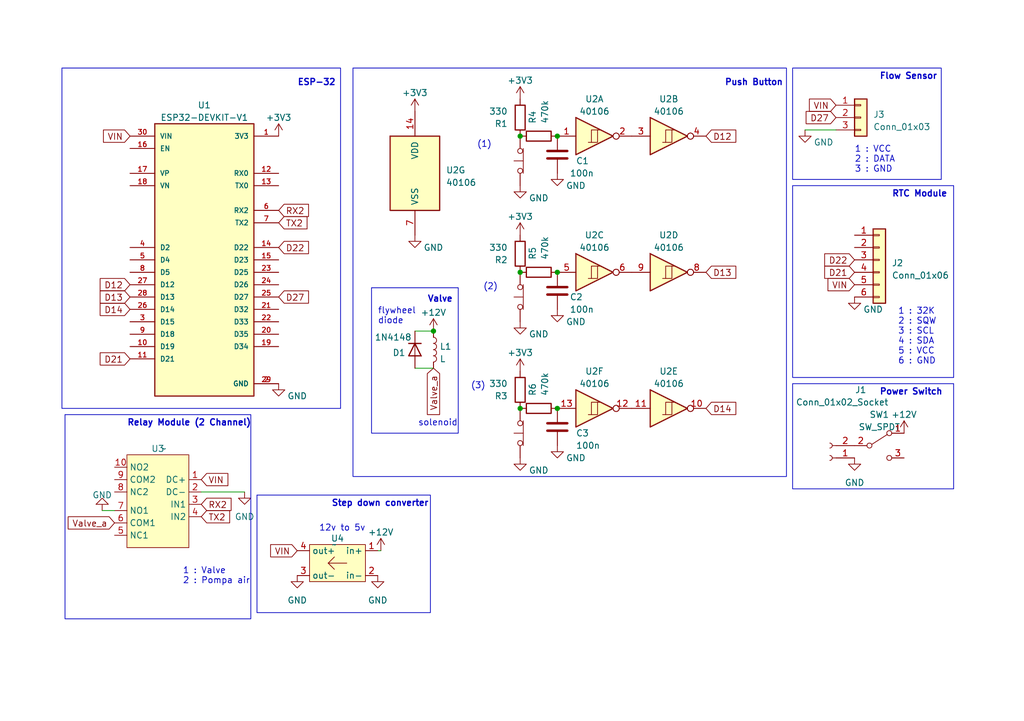
<source format=kicad_sch>
(kicad_sch (version 20230121) (generator eeschema)

  (uuid 14e97756-9e90-4775-b256-7e3d3fa918cc)

  (paper "A5")

  (title_block
    (title "Smart Irrigation system")
    (date "2024-05-06")
    (rev "2.0")
    (company "Institut Teknologi Bandung")
    (comment 1 "Jefferson Grizzlie")
  )

  (lib_symbols
    (symbol "4xxx:40106" (pin_names (offset 1.016)) (in_bom yes) (on_board yes)
      (property "Reference" "U" (at 0 1.27 0)
        (effects (font (size 1.27 1.27)))
      )
      (property "Value" "40106" (at 0 -1.27 0)
        (effects (font (size 1.27 1.27)))
      )
      (property "Footprint" "" (at 0 0 0)
        (effects (font (size 1.27 1.27)) hide)
      )
      (property "Datasheet" "https://assets.nexperia.com/documents/data-sheet/HEF40106B.pdf" (at 0 0 0)
        (effects (font (size 1.27 1.27)) hide)
      )
      (property "ki_locked" "" (at 0 0 0)
        (effects (font (size 1.27 1.27)))
      )
      (property "ki_keywords" "CMOS" (at 0 0 0)
        (effects (font (size 1.27 1.27)) hide)
      )
      (property "ki_description" "Hex Schmitt trigger inverter" (at 0 0 0)
        (effects (font (size 1.27 1.27)) hide)
      )
      (property "ki_fp_filters" "DIP?14*" (at 0 0 0)
        (effects (font (size 1.27 1.27)) hide)
      )
      (symbol "40106_1_0"
        (polyline
          (pts
            (xy -0.635 -1.27)
            (xy -0.635 1.27)
            (xy 0.635 1.27)
          )
          (stroke (width 0) (type default))
          (fill (type none))
        )
        (polyline
          (pts
            (xy -3.81 3.81)
            (xy -3.81 -3.81)
            (xy 3.81 0)
            (xy -3.81 3.81)
          )
          (stroke (width 0.254) (type default))
          (fill (type background))
        )
        (polyline
          (pts
            (xy -1.27 -1.27)
            (xy 0.635 -1.27)
            (xy 0.635 1.27)
            (xy 1.27 1.27)
          )
          (stroke (width 0) (type default))
          (fill (type none))
        )
        (pin input line (at -7.62 0 0) (length 3.81)
          (name "~" (effects (font (size 1.27 1.27))))
          (number "1" (effects (font (size 1.27 1.27))))
        )
        (pin output inverted (at 7.62 0 180) (length 3.81)
          (name "~" (effects (font (size 1.27 1.27))))
          (number "2" (effects (font (size 1.27 1.27))))
        )
      )
      (symbol "40106_2_0"
        (polyline
          (pts
            (xy -0.635 -1.27)
            (xy -0.635 1.27)
            (xy 0.635 1.27)
          )
          (stroke (width 0) (type default))
          (fill (type none))
        )
        (polyline
          (pts
            (xy -3.81 3.81)
            (xy -3.81 -3.81)
            (xy 3.81 0)
            (xy -3.81 3.81)
          )
          (stroke (width 0.254) (type default))
          (fill (type background))
        )
        (polyline
          (pts
            (xy -1.27 -1.27)
            (xy 0.635 -1.27)
            (xy 0.635 1.27)
            (xy 1.27 1.27)
          )
          (stroke (width 0) (type default))
          (fill (type none))
        )
        (pin input line (at -7.62 0 0) (length 3.81)
          (name "~" (effects (font (size 1.27 1.27))))
          (number "3" (effects (font (size 1.27 1.27))))
        )
        (pin output inverted (at 7.62 0 180) (length 3.81)
          (name "~" (effects (font (size 1.27 1.27))))
          (number "4" (effects (font (size 1.27 1.27))))
        )
      )
      (symbol "40106_3_0"
        (polyline
          (pts
            (xy -0.635 -1.27)
            (xy -0.635 1.27)
            (xy 0.635 1.27)
          )
          (stroke (width 0) (type default))
          (fill (type none))
        )
        (polyline
          (pts
            (xy -3.81 3.81)
            (xy -3.81 -3.81)
            (xy 3.81 0)
            (xy -3.81 3.81)
          )
          (stroke (width 0.254) (type default))
          (fill (type background))
        )
        (polyline
          (pts
            (xy -1.27 -1.27)
            (xy 0.635 -1.27)
            (xy 0.635 1.27)
            (xy 1.27 1.27)
          )
          (stroke (width 0) (type default))
          (fill (type none))
        )
        (pin input line (at -7.62 0 0) (length 3.81)
          (name "~" (effects (font (size 1.27 1.27))))
          (number "5" (effects (font (size 1.27 1.27))))
        )
        (pin output inverted (at 7.62 0 180) (length 3.81)
          (name "~" (effects (font (size 1.27 1.27))))
          (number "6" (effects (font (size 1.27 1.27))))
        )
      )
      (symbol "40106_4_0"
        (polyline
          (pts
            (xy -0.635 -1.27)
            (xy -0.635 1.27)
            (xy 0.635 1.27)
          )
          (stroke (width 0) (type default))
          (fill (type none))
        )
        (polyline
          (pts
            (xy -3.81 3.81)
            (xy -3.81 -3.81)
            (xy 3.81 0)
            (xy -3.81 3.81)
          )
          (stroke (width 0.254) (type default))
          (fill (type background))
        )
        (polyline
          (pts
            (xy -1.27 -1.27)
            (xy 0.635 -1.27)
            (xy 0.635 1.27)
            (xy 1.27 1.27)
          )
          (stroke (width 0) (type default))
          (fill (type none))
        )
        (pin output inverted (at 7.62 0 180) (length 3.81)
          (name "~" (effects (font (size 1.27 1.27))))
          (number "8" (effects (font (size 1.27 1.27))))
        )
        (pin input line (at -7.62 0 0) (length 3.81)
          (name "~" (effects (font (size 1.27 1.27))))
          (number "9" (effects (font (size 1.27 1.27))))
        )
      )
      (symbol "40106_5_0"
        (polyline
          (pts
            (xy -0.635 -1.27)
            (xy -0.635 1.27)
            (xy 0.635 1.27)
          )
          (stroke (width 0) (type default))
          (fill (type none))
        )
        (polyline
          (pts
            (xy -3.81 3.81)
            (xy -3.81 -3.81)
            (xy 3.81 0)
            (xy -3.81 3.81)
          )
          (stroke (width 0.254) (type default))
          (fill (type background))
        )
        (polyline
          (pts
            (xy -1.27 -1.27)
            (xy 0.635 -1.27)
            (xy 0.635 1.27)
            (xy 1.27 1.27)
          )
          (stroke (width 0) (type default))
          (fill (type none))
        )
        (pin output inverted (at 7.62 0 180) (length 3.81)
          (name "~" (effects (font (size 1.27 1.27))))
          (number "10" (effects (font (size 1.27 1.27))))
        )
        (pin input line (at -7.62 0 0) (length 3.81)
          (name "~" (effects (font (size 1.27 1.27))))
          (number "11" (effects (font (size 1.27 1.27))))
        )
      )
      (symbol "40106_6_0"
        (polyline
          (pts
            (xy -0.635 -1.27)
            (xy -0.635 1.27)
            (xy 0.635 1.27)
          )
          (stroke (width 0) (type default))
          (fill (type none))
        )
        (polyline
          (pts
            (xy -3.81 3.81)
            (xy -3.81 -3.81)
            (xy 3.81 0)
            (xy -3.81 3.81)
          )
          (stroke (width 0.254) (type default))
          (fill (type background))
        )
        (polyline
          (pts
            (xy -1.27 -1.27)
            (xy 0.635 -1.27)
            (xy 0.635 1.27)
            (xy 1.27 1.27)
          )
          (stroke (width 0) (type default))
          (fill (type none))
        )
        (pin output inverted (at 7.62 0 180) (length 3.81)
          (name "~" (effects (font (size 1.27 1.27))))
          (number "12" (effects (font (size 1.27 1.27))))
        )
        (pin input line (at -7.62 0 0) (length 3.81)
          (name "~" (effects (font (size 1.27 1.27))))
          (number "13" (effects (font (size 1.27 1.27))))
        )
      )
      (symbol "40106_7_0"
        (pin power_in line (at 0 12.7 270) (length 5.08)
          (name "VDD" (effects (font (size 1.27 1.27))))
          (number "14" (effects (font (size 1.27 1.27))))
        )
        (pin power_in line (at 0 -12.7 90) (length 5.08)
          (name "VSS" (effects (font (size 1.27 1.27))))
          (number "7" (effects (font (size 1.27 1.27))))
        )
      )
      (symbol "40106_7_1"
        (rectangle (start -5.08 7.62) (end 5.08 -7.62)
          (stroke (width 0.254) (type default))
          (fill (type background))
        )
      )
    )
    (symbol "Connector:Conn_01x02_Socket" (pin_names (offset 1.016) hide) (in_bom yes) (on_board yes)
      (property "Reference" "J" (at 0 2.54 0)
        (effects (font (size 1.27 1.27)))
      )
      (property "Value" "Conn_01x02_Socket" (at 0 -5.08 0)
        (effects (font (size 1.27 1.27)))
      )
      (property "Footprint" "" (at 0 0 0)
        (effects (font (size 1.27 1.27)) hide)
      )
      (property "Datasheet" "~" (at 0 0 0)
        (effects (font (size 1.27 1.27)) hide)
      )
      (property "ki_locked" "" (at 0 0 0)
        (effects (font (size 1.27 1.27)))
      )
      (property "ki_keywords" "connector" (at 0 0 0)
        (effects (font (size 1.27 1.27)) hide)
      )
      (property "ki_description" "Generic connector, single row, 01x02, script generated" (at 0 0 0)
        (effects (font (size 1.27 1.27)) hide)
      )
      (property "ki_fp_filters" "Connector*:*_1x??_*" (at 0 0 0)
        (effects (font (size 1.27 1.27)) hide)
      )
      (symbol "Conn_01x02_Socket_1_1"
        (arc (start 0 -2.032) (mid -0.5058 -2.54) (end 0 -3.048)
          (stroke (width 0.1524) (type default))
          (fill (type none))
        )
        (polyline
          (pts
            (xy -1.27 -2.54)
            (xy -0.508 -2.54)
          )
          (stroke (width 0.1524) (type default))
          (fill (type none))
        )
        (polyline
          (pts
            (xy -1.27 0)
            (xy -0.508 0)
          )
          (stroke (width 0.1524) (type default))
          (fill (type none))
        )
        (arc (start 0 0.508) (mid -0.5058 0) (end 0 -0.508)
          (stroke (width 0.1524) (type default))
          (fill (type none))
        )
        (pin passive line (at -5.08 0 0) (length 3.81)
          (name "Pin_1" (effects (font (size 1.27 1.27))))
          (number "1" (effects (font (size 1.27 1.27))))
        )
        (pin passive line (at -5.08 -2.54 0) (length 3.81)
          (name "Pin_2" (effects (font (size 1.27 1.27))))
          (number "2" (effects (font (size 1.27 1.27))))
        )
      )
    )
    (symbol "Connector_Generic:Conn_01x03" (pin_names (offset 1.016) hide) (in_bom yes) (on_board yes)
      (property "Reference" "J" (at 0 5.08 0)
        (effects (font (size 1.27 1.27)))
      )
      (property "Value" "Conn_01x03" (at 0 -5.08 0)
        (effects (font (size 1.27 1.27)))
      )
      (property "Footprint" "" (at 0 0 0)
        (effects (font (size 1.27 1.27)) hide)
      )
      (property "Datasheet" "~" (at 0 0 0)
        (effects (font (size 1.27 1.27)) hide)
      )
      (property "ki_keywords" "connector" (at 0 0 0)
        (effects (font (size 1.27 1.27)) hide)
      )
      (property "ki_description" "Generic connector, single row, 01x03, script generated (kicad-library-utils/schlib/autogen/connector/)" (at 0 0 0)
        (effects (font (size 1.27 1.27)) hide)
      )
      (property "ki_fp_filters" "Connector*:*_1x??_*" (at 0 0 0)
        (effects (font (size 1.27 1.27)) hide)
      )
      (symbol "Conn_01x03_1_1"
        (rectangle (start -1.27 -2.413) (end 0 -2.667)
          (stroke (width 0.1524) (type default))
          (fill (type none))
        )
        (rectangle (start -1.27 0.127) (end 0 -0.127)
          (stroke (width 0.1524) (type default))
          (fill (type none))
        )
        (rectangle (start -1.27 2.667) (end 0 2.413)
          (stroke (width 0.1524) (type default))
          (fill (type none))
        )
        (rectangle (start -1.27 3.81) (end 1.27 -3.81)
          (stroke (width 0.254) (type default))
          (fill (type background))
        )
        (pin passive line (at -5.08 2.54 0) (length 3.81)
          (name "Pin_1" (effects (font (size 1.27 1.27))))
          (number "1" (effects (font (size 1.27 1.27))))
        )
        (pin passive line (at -5.08 0 0) (length 3.81)
          (name "Pin_2" (effects (font (size 1.27 1.27))))
          (number "2" (effects (font (size 1.27 1.27))))
        )
        (pin passive line (at -5.08 -2.54 0) (length 3.81)
          (name "Pin_3" (effects (font (size 1.27 1.27))))
          (number "3" (effects (font (size 1.27 1.27))))
        )
      )
    )
    (symbol "Connector_Generic:Conn_01x06" (pin_names (offset 1.016) hide) (in_bom yes) (on_board yes)
      (property "Reference" "J" (at 0 7.62 0)
        (effects (font (size 1.27 1.27)))
      )
      (property "Value" "Conn_01x06" (at 0 -10.16 0)
        (effects (font (size 1.27 1.27)))
      )
      (property "Footprint" "" (at 0 0 0)
        (effects (font (size 1.27 1.27)) hide)
      )
      (property "Datasheet" "~" (at 0 0 0)
        (effects (font (size 1.27 1.27)) hide)
      )
      (property "ki_keywords" "connector" (at 0 0 0)
        (effects (font (size 1.27 1.27)) hide)
      )
      (property "ki_description" "Generic connector, single row, 01x06, script generated (kicad-library-utils/schlib/autogen/connector/)" (at 0 0 0)
        (effects (font (size 1.27 1.27)) hide)
      )
      (property "ki_fp_filters" "Connector*:*_1x??_*" (at 0 0 0)
        (effects (font (size 1.27 1.27)) hide)
      )
      (symbol "Conn_01x06_1_1"
        (rectangle (start -1.27 -7.493) (end 0 -7.747)
          (stroke (width 0.1524) (type default))
          (fill (type none))
        )
        (rectangle (start -1.27 -4.953) (end 0 -5.207)
          (stroke (width 0.1524) (type default))
          (fill (type none))
        )
        (rectangle (start -1.27 -2.413) (end 0 -2.667)
          (stroke (width 0.1524) (type default))
          (fill (type none))
        )
        (rectangle (start -1.27 0.127) (end 0 -0.127)
          (stroke (width 0.1524) (type default))
          (fill (type none))
        )
        (rectangle (start -1.27 2.667) (end 0 2.413)
          (stroke (width 0.1524) (type default))
          (fill (type none))
        )
        (rectangle (start -1.27 5.207) (end 0 4.953)
          (stroke (width 0.1524) (type default))
          (fill (type none))
        )
        (rectangle (start -1.27 6.35) (end 1.27 -8.89)
          (stroke (width 0.254) (type default))
          (fill (type background))
        )
        (pin passive line (at -5.08 5.08 0) (length 3.81)
          (name "Pin_1" (effects (font (size 1.27 1.27))))
          (number "1" (effects (font (size 1.27 1.27))))
        )
        (pin passive line (at -5.08 2.54 0) (length 3.81)
          (name "Pin_2" (effects (font (size 1.27 1.27))))
          (number "2" (effects (font (size 1.27 1.27))))
        )
        (pin passive line (at -5.08 0 0) (length 3.81)
          (name "Pin_3" (effects (font (size 1.27 1.27))))
          (number "3" (effects (font (size 1.27 1.27))))
        )
        (pin passive line (at -5.08 -2.54 0) (length 3.81)
          (name "Pin_4" (effects (font (size 1.27 1.27))))
          (number "4" (effects (font (size 1.27 1.27))))
        )
        (pin passive line (at -5.08 -5.08 0) (length 3.81)
          (name "Pin_5" (effects (font (size 1.27 1.27))))
          (number "5" (effects (font (size 1.27 1.27))))
        )
        (pin passive line (at -5.08 -7.62 0) (length 3.81)
          (name "Pin_6" (effects (font (size 1.27 1.27))))
          (number "6" (effects (font (size 1.27 1.27))))
        )
      )
    )
    (symbol "Device:C" (pin_numbers hide) (pin_names (offset 0.254)) (in_bom yes) (on_board yes)
      (property "Reference" "C" (at 0.635 2.54 0)
        (effects (font (size 1.27 1.27)) (justify left))
      )
      (property "Value" "C" (at 0.635 -2.54 0)
        (effects (font (size 1.27 1.27)) (justify left))
      )
      (property "Footprint" "" (at 0.9652 -3.81 0)
        (effects (font (size 1.27 1.27)) hide)
      )
      (property "Datasheet" "~" (at 0 0 0)
        (effects (font (size 1.27 1.27)) hide)
      )
      (property "ki_keywords" "cap capacitor" (at 0 0 0)
        (effects (font (size 1.27 1.27)) hide)
      )
      (property "ki_description" "Unpolarized capacitor" (at 0 0 0)
        (effects (font (size 1.27 1.27)) hide)
      )
      (property "ki_fp_filters" "C_*" (at 0 0 0)
        (effects (font (size 1.27 1.27)) hide)
      )
      (symbol "C_0_1"
        (polyline
          (pts
            (xy -2.032 -0.762)
            (xy 2.032 -0.762)
          )
          (stroke (width 0.508) (type default))
          (fill (type none))
        )
        (polyline
          (pts
            (xy -2.032 0.762)
            (xy 2.032 0.762)
          )
          (stroke (width 0.508) (type default))
          (fill (type none))
        )
      )
      (symbol "C_1_1"
        (pin passive line (at 0 3.81 270) (length 2.794)
          (name "~" (effects (font (size 1.27 1.27))))
          (number "1" (effects (font (size 1.27 1.27))))
        )
        (pin passive line (at 0 -3.81 90) (length 2.794)
          (name "~" (effects (font (size 1.27 1.27))))
          (number "2" (effects (font (size 1.27 1.27))))
        )
      )
    )
    (symbol "Device:L" (pin_numbers hide) (pin_names (offset 1.016) hide) (in_bom yes) (on_board yes)
      (property "Reference" "L" (at -1.27 0 90)
        (effects (font (size 1.27 1.27)))
      )
      (property "Value" "L" (at 1.905 0 90)
        (effects (font (size 1.27 1.27)))
      )
      (property "Footprint" "" (at 0 0 0)
        (effects (font (size 1.27 1.27)) hide)
      )
      (property "Datasheet" "~" (at 0 0 0)
        (effects (font (size 1.27 1.27)) hide)
      )
      (property "ki_keywords" "inductor choke coil reactor magnetic" (at 0 0 0)
        (effects (font (size 1.27 1.27)) hide)
      )
      (property "ki_description" "Inductor" (at 0 0 0)
        (effects (font (size 1.27 1.27)) hide)
      )
      (property "ki_fp_filters" "Choke_* *Coil* Inductor_* L_*" (at 0 0 0)
        (effects (font (size 1.27 1.27)) hide)
      )
      (symbol "L_0_1"
        (arc (start 0 -2.54) (mid 0.6323 -1.905) (end 0 -1.27)
          (stroke (width 0) (type default))
          (fill (type none))
        )
        (arc (start 0 -1.27) (mid 0.6323 -0.635) (end 0 0)
          (stroke (width 0) (type default))
          (fill (type none))
        )
        (arc (start 0 0) (mid 0.6323 0.635) (end 0 1.27)
          (stroke (width 0) (type default))
          (fill (type none))
        )
        (arc (start 0 1.27) (mid 0.6323 1.905) (end 0 2.54)
          (stroke (width 0) (type default))
          (fill (type none))
        )
      )
      (symbol "L_1_1"
        (pin passive line (at 0 3.81 270) (length 1.27)
          (name "1" (effects (font (size 1.27 1.27))))
          (number "1" (effects (font (size 1.27 1.27))))
        )
        (pin passive line (at 0 -3.81 90) (length 1.27)
          (name "2" (effects (font (size 1.27 1.27))))
          (number "2" (effects (font (size 1.27 1.27))))
        )
      )
    )
    (symbol "Device:R" (pin_numbers hide) (pin_names (offset 0)) (in_bom yes) (on_board yes)
      (property "Reference" "R" (at 2.032 0 90)
        (effects (font (size 1.27 1.27)))
      )
      (property "Value" "R" (at 0 0 90)
        (effects (font (size 1.27 1.27)))
      )
      (property "Footprint" "" (at -1.778 0 90)
        (effects (font (size 1.27 1.27)) hide)
      )
      (property "Datasheet" "~" (at 0 0 0)
        (effects (font (size 1.27 1.27)) hide)
      )
      (property "ki_keywords" "R res resistor" (at 0 0 0)
        (effects (font (size 1.27 1.27)) hide)
      )
      (property "ki_description" "Resistor" (at 0 0 0)
        (effects (font (size 1.27 1.27)) hide)
      )
      (property "ki_fp_filters" "R_*" (at 0 0 0)
        (effects (font (size 1.27 1.27)) hide)
      )
      (symbol "R_0_1"
        (rectangle (start -1.016 -2.54) (end 1.016 2.54)
          (stroke (width 0.254) (type default))
          (fill (type none))
        )
      )
      (symbol "R_1_1"
        (pin passive line (at 0 3.81 270) (length 1.27)
          (name "~" (effects (font (size 1.27 1.27))))
          (number "1" (effects (font (size 1.27 1.27))))
        )
        (pin passive line (at 0 -3.81 90) (length 1.27)
          (name "~" (effects (font (size 1.27 1.27))))
          (number "2" (effects (font (size 1.27 1.27))))
        )
      )
    )
    (symbol "Diode:1N4148" (pin_numbers hide) (pin_names hide) (in_bom yes) (on_board yes)
      (property "Reference" "D" (at 0 2.54 0)
        (effects (font (size 1.27 1.27)))
      )
      (property "Value" "1N4148" (at 0 -2.54 0)
        (effects (font (size 1.27 1.27)))
      )
      (property "Footprint" "Diode_THT:D_DO-35_SOD27_P7.62mm_Horizontal" (at 0 0 0)
        (effects (font (size 1.27 1.27)) hide)
      )
      (property "Datasheet" "https://assets.nexperia.com/documents/data-sheet/1N4148_1N4448.pdf" (at 0 0 0)
        (effects (font (size 1.27 1.27)) hide)
      )
      (property "Sim.Device" "D" (at 0 0 0)
        (effects (font (size 1.27 1.27)) hide)
      )
      (property "Sim.Pins" "1=K 2=A" (at 0 0 0)
        (effects (font (size 1.27 1.27)) hide)
      )
      (property "ki_keywords" "diode" (at 0 0 0)
        (effects (font (size 1.27 1.27)) hide)
      )
      (property "ki_description" "100V 0.15A standard switching diode, DO-35" (at 0 0 0)
        (effects (font (size 1.27 1.27)) hide)
      )
      (property "ki_fp_filters" "D*DO?35*" (at 0 0 0)
        (effects (font (size 1.27 1.27)) hide)
      )
      (symbol "1N4148_0_1"
        (polyline
          (pts
            (xy -1.27 1.27)
            (xy -1.27 -1.27)
          )
          (stroke (width 0.254) (type default))
          (fill (type none))
        )
        (polyline
          (pts
            (xy 1.27 0)
            (xy -1.27 0)
          )
          (stroke (width 0) (type default))
          (fill (type none))
        )
        (polyline
          (pts
            (xy 1.27 1.27)
            (xy 1.27 -1.27)
            (xy -1.27 0)
            (xy 1.27 1.27)
          )
          (stroke (width 0.254) (type default))
          (fill (type none))
        )
      )
      (symbol "1N4148_1_1"
        (pin passive line (at -3.81 0 0) (length 2.54)
          (name "K" (effects (font (size 1.27 1.27))))
          (number "1" (effects (font (size 1.27 1.27))))
        )
        (pin passive line (at 3.81 0 180) (length 2.54)
          (name "A" (effects (font (size 1.27 1.27))))
          (number "2" (effects (font (size 1.27 1.27))))
        )
      )
    )
    (symbol "ESP32-DEVKIT-V1:ESP32-DEVKIT-V1" (pin_names (offset 1.016)) (in_bom yes) (on_board yes)
      (property "Reference" "U" (at -10.16 30.48 0)
        (effects (font (size 1.27 1.27)) (justify left top))
      )
      (property "Value" "ESP32-DEVKIT-V1" (at -10.16 -30.48 0)
        (effects (font (size 1.27 1.27)) (justify left bottom))
      )
      (property "Footprint" "ESP32-DEVKIT-V1:MODULE_ESP32_DEVKIT_V1" (at 0 0 0)
        (effects (font (size 1.27 1.27)) (justify bottom) hide)
      )
      (property "Datasheet" "" (at 0 0 0)
        (effects (font (size 1.27 1.27)) hide)
      )
      (property "MF" "Do it" (at 0 0 0)
        (effects (font (size 1.27 1.27)) (justify bottom) hide)
      )
      (property "MAXIMUM_PACKAGE_HEIGHT" "6.8 mm" (at 0 0 0)
        (effects (font (size 1.27 1.27)) (justify bottom) hide)
      )
      (property "Package" "None" (at 0 0 0)
        (effects (font (size 1.27 1.27)) (justify bottom) hide)
      )
      (property "Price" "None" (at 0 0 0)
        (effects (font (size 1.27 1.27)) (justify bottom) hide)
      )
      (property "Check_prices" "https://www.snapeda.com/parts/ESP32-DEVKIT-V1/Do+it/view-part/?ref=eda" (at 0 0 0)
        (effects (font (size 1.27 1.27)) (justify bottom) hide)
      )
      (property "STANDARD" "Manufacturer Recommendations" (at 0 0 0)
        (effects (font (size 1.27 1.27)) (justify bottom) hide)
      )
      (property "PARTREV" "N/A" (at 0 0 0)
        (effects (font (size 1.27 1.27)) (justify bottom) hide)
      )
      (property "SnapEDA_Link" "https://www.snapeda.com/parts/ESP32-DEVKIT-V1/Do+it/view-part/?ref=snap" (at 0 0 0)
        (effects (font (size 1.27 1.27)) (justify bottom) hide)
      )
      (property "MP" "ESP32-DEVKIT-V1" (at 0 0 0)
        (effects (font (size 1.27 1.27)) (justify bottom) hide)
      )
      (property "Description" "\nDual core, Wi-Fi: 2.4 GHz up to 150 Mbits/s,BLE (Bluetooth Low Energy) and legacy Bluetooth, 32 bits, Up to 240 MHz\n" (at 0 0 0)
        (effects (font (size 1.27 1.27)) (justify bottom) hide)
      )
      (property "Availability" "Not in stock" (at 0 0 0)
        (effects (font (size 1.27 1.27)) (justify bottom) hide)
      )
      (property "MANUFACTURER" "DOIT" (at 0 0 0)
        (effects (font (size 1.27 1.27)) (justify bottom) hide)
      )
      (symbol "ESP32-DEVKIT-V1_0_0"
        (rectangle (start -10.16 -27.94) (end 10.16 27.94)
          (stroke (width 0.254) (type default))
          (fill (type background))
        )
        (pin output line (at 15.24 25.4 180) (length 5.08)
          (name "3V3" (effects (font (size 1.016 1.016))))
          (number "1" (effects (font (size 1.016 1.016))))
        )
        (pin bidirectional line (at -15.24 -17.78 0) (length 5.08)
          (name "D19" (effects (font (size 1.016 1.016))))
          (number "10" (effects (font (size 1.016 1.016))))
        )
        (pin bidirectional line (at -15.24 -20.32 0) (length 5.08)
          (name "D21" (effects (font (size 1.016 1.016))))
          (number "11" (effects (font (size 1.016 1.016))))
        )
        (pin input line (at 15.24 17.78 180) (length 5.08)
          (name "RX0" (effects (font (size 1.016 1.016))))
          (number "12" (effects (font (size 1.016 1.016))))
        )
        (pin output line (at 15.24 15.24 180) (length 5.08)
          (name "TX0" (effects (font (size 1.016 1.016))))
          (number "13" (effects (font (size 1.016 1.016))))
        )
        (pin bidirectional line (at 15.24 2.54 180) (length 5.08)
          (name "D22" (effects (font (size 1.016 1.016))))
          (number "14" (effects (font (size 1.016 1.016))))
        )
        (pin bidirectional line (at 15.24 0 180) (length 5.08)
          (name "D23" (effects (font (size 1.016 1.016))))
          (number "15" (effects (font (size 1.016 1.016))))
        )
        (pin input line (at -15.24 22.86 0) (length 5.08)
          (name "EN" (effects (font (size 1.016 1.016))))
          (number "16" (effects (font (size 1.016 1.016))))
        )
        (pin bidirectional line (at -15.24 17.78 0) (length 5.08)
          (name "VP" (effects (font (size 1.016 1.016))))
          (number "17" (effects (font (size 1.016 1.016))))
        )
        (pin bidirectional line (at -15.24 15.24 0) (length 5.08)
          (name "VN" (effects (font (size 1.016 1.016))))
          (number "18" (effects (font (size 1.016 1.016))))
        )
        (pin bidirectional line (at 15.24 -17.78 180) (length 5.08)
          (name "D34" (effects (font (size 1.016 1.016))))
          (number "19" (effects (font (size 1.016 1.016))))
        )
        (pin power_in line (at 15.24 -25.4 180) (length 5.08)
          (name "GND" (effects (font (size 1.016 1.016))))
          (number "2" (effects (font (size 1.016 1.016))))
        )
        (pin bidirectional line (at 15.24 -15.24 180) (length 5.08)
          (name "D35" (effects (font (size 1.016 1.016))))
          (number "20" (effects (font (size 1.016 1.016))))
        )
        (pin bidirectional line (at 15.24 -10.16 180) (length 5.08)
          (name "D32" (effects (font (size 1.016 1.016))))
          (number "21" (effects (font (size 1.016 1.016))))
        )
        (pin bidirectional line (at 15.24 -12.7 180) (length 5.08)
          (name "D33" (effects (font (size 1.016 1.016))))
          (number "22" (effects (font (size 1.016 1.016))))
        )
        (pin bidirectional line (at 15.24 -2.54 180) (length 5.08)
          (name "D25" (effects (font (size 1.016 1.016))))
          (number "23" (effects (font (size 1.016 1.016))))
        )
        (pin bidirectional line (at 15.24 -5.08 180) (length 5.08)
          (name "D26" (effects (font (size 1.016 1.016))))
          (number "24" (effects (font (size 1.016 1.016))))
        )
        (pin bidirectional line (at 15.24 -7.62 180) (length 5.08)
          (name "D27" (effects (font (size 1.016 1.016))))
          (number "25" (effects (font (size 1.016 1.016))))
        )
        (pin bidirectional line (at -15.24 -10.16 0) (length 5.08)
          (name "D14" (effects (font (size 1.016 1.016))))
          (number "26" (effects (font (size 1.016 1.016))))
        )
        (pin bidirectional line (at -15.24 -5.08 0) (length 5.08)
          (name "D12" (effects (font (size 1.016 1.016))))
          (number "27" (effects (font (size 1.016 1.016))))
        )
        (pin bidirectional line (at -15.24 -7.62 0) (length 5.08)
          (name "D13" (effects (font (size 1.016 1.016))))
          (number "28" (effects (font (size 1.016 1.016))))
        )
        (pin power_in line (at 15.24 -25.4 180) (length 5.08)
          (name "GND" (effects (font (size 1.016 1.016))))
          (number "29" (effects (font (size 1.016 1.016))))
        )
        (pin bidirectional line (at -15.24 -12.7 0) (length 5.08)
          (name "D15" (effects (font (size 1.016 1.016))))
          (number "3" (effects (font (size 1.016 1.016))))
        )
        (pin input line (at -15.24 25.4 0) (length 5.08)
          (name "VIN" (effects (font (size 1.016 1.016))))
          (number "30" (effects (font (size 1.016 1.016))))
        )
        (pin bidirectional line (at -15.24 2.54 0) (length 5.08)
          (name "D2" (effects (font (size 1.016 1.016))))
          (number "4" (effects (font (size 1.016 1.016))))
        )
        (pin bidirectional line (at -15.24 0 0) (length 5.08)
          (name "D4" (effects (font (size 1.016 1.016))))
          (number "5" (effects (font (size 1.016 1.016))))
        )
        (pin input line (at 15.24 10.16 180) (length 5.08)
          (name "RX2" (effects (font (size 1.016 1.016))))
          (number "6" (effects (font (size 1.016 1.016))))
        )
        (pin output line (at 15.24 7.62 180) (length 5.08)
          (name "TX2" (effects (font (size 1.016 1.016))))
          (number "7" (effects (font (size 1.016 1.016))))
        )
        (pin bidirectional line (at -15.24 -2.54 0) (length 5.08)
          (name "D5" (effects (font (size 1.016 1.016))))
          (number "8" (effects (font (size 1.016 1.016))))
        )
        (pin bidirectional line (at -15.24 -15.24 0) (length 5.08)
          (name "D18" (effects (font (size 1.016 1.016))))
          (number "9" (effects (font (size 1.016 1.016))))
        )
      )
    )
    (symbol "Smart_Irrigation_Lib:LM2596" (in_bom yes) (on_board yes)
      (property "Reference" "U" (at 1.27 -1.27 0)
        (effects (font (size 1.27 1.27)))
      )
      (property "Value" "" (at 1.27 0 0)
        (effects (font (size 1.27 1.27)))
      )
      (property "Footprint" "" (at 1.27 0 0)
        (effects (font (size 1.27 1.27)) hide)
      )
      (property "Datasheet" "" (at 1.27 0 0)
        (effects (font (size 1.27 1.27)) hide)
      )
      (symbol "LM2596_0_1"
        (polyline
          (pts
            (xy 2.54 3.81)
            (xy 1.27 2.54)
          )
          (stroke (width 0) (type default))
          (fill (type none))
        )
        (polyline
          (pts
            (xy 2.54 3.81)
            (xy 1.27 5.08)
          )
          (stroke (width 0) (type default))
          (fill (type none))
        )
        (polyline
          (pts
            (xy 2.54 3.81)
            (xy -1.27 3.81)
            (xy 0 3.81)
          )
          (stroke (width 0) (type default))
          (fill (type none))
        )
        (rectangle (start 6.35 0) (end -5.08 7.62)
          (stroke (width 0) (type default))
          (fill (type background))
        )
      )
      (symbol "LM2596_1_1"
        (pin input line (at -7.62 1.27 0) (length 2.54)
          (name "in+" (effects (font (size 1.27 1.27))))
          (number "1" (effects (font (size 1.27 1.27))))
        )
        (pin input line (at -7.62 6.35 0) (length 2.54)
          (name "in-" (effects (font (size 1.27 1.27))))
          (number "2" (effects (font (size 1.27 1.27))))
        )
        (pin output line (at 8.89 6.35 180) (length 2.54)
          (name "out-" (effects (font (size 1.27 1.27))))
          (number "3" (effects (font (size 1.27 1.27))))
        )
        (pin output line (at 8.89 1.27 180) (length 2.54)
          (name "out+" (effects (font (size 1.27 1.27))))
          (number "4" (effects (font (size 1.27 1.27))))
        )
      )
    )
    (symbol "Smart_Irrigation_Lib:Relay_2_Channel" (in_bom yes) (on_board yes)
      (property "Reference" "U" (at 0 0 0)
        (effects (font (size 1.27 1.27)))
      )
      (property "Value" "" (at 0 0 0)
        (effects (font (size 1.27 1.27)))
      )
      (property "Footprint" "" (at 0 0 0)
        (effects (font (size 1.27 1.27)) hide)
      )
      (property "Datasheet" "" (at 0 0 0)
        (effects (font (size 1.27 1.27)) hide)
      )
      (symbol "Relay_2_Channel_0_1"
        (rectangle (start -7.62 -1.27) (end 5.08 -20.32)
          (stroke (width 0) (type default))
          (fill (type background))
        )
      )
      (symbol "Relay_2_Channel_1_1"
        (pin power_in line (at 7.62 -6.35 180) (length 2.54)
          (name "DC+" (effects (font (size 1.27 1.27))))
          (number "1" (effects (font (size 1.27 1.27))))
        )
        (pin output line (at -10.16 -3.81 0) (length 2.54)
          (name "NO2" (effects (font (size 1.27 1.27))))
          (number "10" (effects (font (size 1.27 1.27))))
        )
        (pin power_in line (at 7.62 -8.89 180) (length 2.54)
          (name "DC-" (effects (font (size 1.27 1.27))))
          (number "2" (effects (font (size 1.27 1.27))))
        )
        (pin input line (at 7.62 -11.43 180) (length 2.54)
          (name "IN1" (effects (font (size 1.27 1.27))))
          (number "3" (effects (font (size 1.27 1.27))))
        )
        (pin input line (at 7.62 -13.97 180) (length 2.54)
          (name "IN2" (effects (font (size 1.27 1.27))))
          (number "4" (effects (font (size 1.27 1.27))))
        )
        (pin output line (at -10.16 -17.78 0) (length 2.54)
          (name "NC1" (effects (font (size 1.27 1.27))))
          (number "5" (effects (font (size 1.27 1.27))))
        )
        (pin output line (at -10.16 -15.24 0) (length 2.54)
          (name "COM1" (effects (font (size 1.27 1.27))))
          (number "6" (effects (font (size 1.27 1.27))))
        )
        (pin output line (at -10.16 -12.7 0) (length 2.54)
          (name "NO1" (effects (font (size 1.27 1.27))))
          (number "7" (effects (font (size 1.27 1.27))))
        )
        (pin output line (at -10.16 -8.89 0) (length 2.54)
          (name "NC2" (effects (font (size 1.27 1.27))))
          (number "8" (effects (font (size 1.27 1.27))))
        )
        (pin output line (at -10.16 -6.35 0) (length 2.54)
          (name "COM2" (effects (font (size 1.27 1.27))))
          (number "9" (effects (font (size 1.27 1.27))))
        )
      )
    )
    (symbol "Switch:SW_Push_Open" (pin_numbers hide) (pin_names (offset 1.016) hide) (in_bom yes) (on_board yes)
      (property "Reference" "SW" (at 0 2.54 0)
        (effects (font (size 1.27 1.27)))
      )
      (property "Value" "SW_Push_Open" (at 0 -1.905 0)
        (effects (font (size 1.27 1.27)))
      )
      (property "Footprint" "" (at 0 5.08 0)
        (effects (font (size 1.27 1.27)) hide)
      )
      (property "Datasheet" "~" (at 0 5.08 0)
        (effects (font (size 1.27 1.27)) hide)
      )
      (property "ki_keywords" "switch normally-closed pushbutton push-button" (at 0 0 0)
        (effects (font (size 1.27 1.27)) hide)
      )
      (property "ki_description" "Push button switch, push-to-open, generic, two pins" (at 0 0 0)
        (effects (font (size 1.27 1.27)) hide)
      )
      (symbol "SW_Push_Open_0_1"
        (circle (center -2.032 0) (radius 0.508)
          (stroke (width 0) (type default))
          (fill (type none))
        )
        (polyline
          (pts
            (xy -2.54 -0.635)
            (xy 2.54 -0.635)
          )
          (stroke (width 0) (type default))
          (fill (type none))
        )
        (polyline
          (pts
            (xy 0 -0.635)
            (xy 0 1.27)
          )
          (stroke (width 0) (type default))
          (fill (type none))
        )
        (circle (center 2.032 0) (radius 0.508)
          (stroke (width 0) (type default))
          (fill (type none))
        )
        (pin passive line (at -5.08 0 0) (length 2.54)
          (name "A" (effects (font (size 1.27 1.27))))
          (number "1" (effects (font (size 1.27 1.27))))
        )
      )
      (symbol "SW_Push_Open_1_1"
        (pin passive line (at 5.08 0 180) (length 2.54)
          (name "B" (effects (font (size 1.27 1.27))))
          (number "2" (effects (font (size 1.27 1.27))))
        )
      )
    )
    (symbol "Switch:SW_SPDT" (pin_names (offset 0) hide) (in_bom yes) (on_board yes)
      (property "Reference" "SW" (at 0 4.318 0)
        (effects (font (size 1.27 1.27)))
      )
      (property "Value" "SW_SPDT" (at 0 -5.08 0)
        (effects (font (size 1.27 1.27)))
      )
      (property "Footprint" "" (at 0 0 0)
        (effects (font (size 1.27 1.27)) hide)
      )
      (property "Datasheet" "~" (at 0 0 0)
        (effects (font (size 1.27 1.27)) hide)
      )
      (property "ki_keywords" "switch single-pole double-throw spdt ON-ON" (at 0 0 0)
        (effects (font (size 1.27 1.27)) hide)
      )
      (property "ki_description" "Switch, single pole double throw" (at 0 0 0)
        (effects (font (size 1.27 1.27)) hide)
      )
      (symbol "SW_SPDT_0_0"
        (circle (center -2.032 0) (radius 0.508)
          (stroke (width 0) (type default))
          (fill (type none))
        )
        (circle (center 2.032 -2.54) (radius 0.508)
          (stroke (width 0) (type default))
          (fill (type none))
        )
      )
      (symbol "SW_SPDT_0_1"
        (polyline
          (pts
            (xy -1.524 0.254)
            (xy 1.651 2.286)
          )
          (stroke (width 0) (type default))
          (fill (type none))
        )
        (circle (center 2.032 2.54) (radius 0.508)
          (stroke (width 0) (type default))
          (fill (type none))
        )
      )
      (symbol "SW_SPDT_1_1"
        (pin passive line (at 5.08 2.54 180) (length 2.54)
          (name "A" (effects (font (size 1.27 1.27))))
          (number "1" (effects (font (size 1.27 1.27))))
        )
        (pin passive line (at -5.08 0 0) (length 2.54)
          (name "B" (effects (font (size 1.27 1.27))))
          (number "2" (effects (font (size 1.27 1.27))))
        )
        (pin passive line (at 5.08 -2.54 180) (length 2.54)
          (name "C" (effects (font (size 1.27 1.27))))
          (number "3" (effects (font (size 1.27 1.27))))
        )
      )
    )
    (symbol "power:+12V" (power) (pin_names (offset 0)) (in_bom yes) (on_board yes)
      (property "Reference" "#PWR" (at 0 -3.81 0)
        (effects (font (size 1.27 1.27)) hide)
      )
      (property "Value" "+12V" (at 0 3.556 0)
        (effects (font (size 1.27 1.27)))
      )
      (property "Footprint" "" (at 0 0 0)
        (effects (font (size 1.27 1.27)) hide)
      )
      (property "Datasheet" "" (at 0 0 0)
        (effects (font (size 1.27 1.27)) hide)
      )
      (property "ki_keywords" "global power" (at 0 0 0)
        (effects (font (size 1.27 1.27)) hide)
      )
      (property "ki_description" "Power symbol creates a global label with name \"+12V\"" (at 0 0 0)
        (effects (font (size 1.27 1.27)) hide)
      )
      (symbol "+12V_0_1"
        (polyline
          (pts
            (xy -0.762 1.27)
            (xy 0 2.54)
          )
          (stroke (width 0) (type default))
          (fill (type none))
        )
        (polyline
          (pts
            (xy 0 0)
            (xy 0 2.54)
          )
          (stroke (width 0) (type default))
          (fill (type none))
        )
        (polyline
          (pts
            (xy 0 2.54)
            (xy 0.762 1.27)
          )
          (stroke (width 0) (type default))
          (fill (type none))
        )
      )
      (symbol "+12V_1_1"
        (pin power_in line (at 0 0 90) (length 0) hide
          (name "+12V" (effects (font (size 1.27 1.27))))
          (number "1" (effects (font (size 1.27 1.27))))
        )
      )
    )
    (symbol "power:+3V3" (power) (pin_names (offset 0)) (in_bom yes) (on_board yes)
      (property "Reference" "#PWR" (at 0 -3.81 0)
        (effects (font (size 1.27 1.27)) hide)
      )
      (property "Value" "+3V3" (at 0 3.556 0)
        (effects (font (size 1.27 1.27)))
      )
      (property "Footprint" "" (at 0 0 0)
        (effects (font (size 1.27 1.27)) hide)
      )
      (property "Datasheet" "" (at 0 0 0)
        (effects (font (size 1.27 1.27)) hide)
      )
      (property "ki_keywords" "global power" (at 0 0 0)
        (effects (font (size 1.27 1.27)) hide)
      )
      (property "ki_description" "Power symbol creates a global label with name \"+3V3\"" (at 0 0 0)
        (effects (font (size 1.27 1.27)) hide)
      )
      (symbol "+3V3_0_1"
        (polyline
          (pts
            (xy -0.762 1.27)
            (xy 0 2.54)
          )
          (stroke (width 0) (type default))
          (fill (type none))
        )
        (polyline
          (pts
            (xy 0 0)
            (xy 0 2.54)
          )
          (stroke (width 0) (type default))
          (fill (type none))
        )
        (polyline
          (pts
            (xy 0 2.54)
            (xy 0.762 1.27)
          )
          (stroke (width 0) (type default))
          (fill (type none))
        )
      )
      (symbol "+3V3_1_1"
        (pin power_in line (at 0 0 90) (length 0) hide
          (name "+3V3" (effects (font (size 1.27 1.27))))
          (number "1" (effects (font (size 1.27 1.27))))
        )
      )
    )
    (symbol "power:GND" (power) (pin_names (offset 0)) (in_bom yes) (on_board yes)
      (property "Reference" "#PWR" (at 0 -6.35 0)
        (effects (font (size 1.27 1.27)) hide)
      )
      (property "Value" "GND" (at 0 -3.81 0)
        (effects (font (size 1.27 1.27)))
      )
      (property "Footprint" "" (at 0 0 0)
        (effects (font (size 1.27 1.27)) hide)
      )
      (property "Datasheet" "" (at 0 0 0)
        (effects (font (size 1.27 1.27)) hide)
      )
      (property "ki_keywords" "global power" (at 0 0 0)
        (effects (font (size 1.27 1.27)) hide)
      )
      (property "ki_description" "Power symbol creates a global label with name \"GND\" , ground" (at 0 0 0)
        (effects (font (size 1.27 1.27)) hide)
      )
      (symbol "GND_0_1"
        (polyline
          (pts
            (xy 0 0)
            (xy 0 -1.27)
            (xy 1.27 -1.27)
            (xy 0 -2.54)
            (xy -1.27 -1.27)
            (xy 0 -1.27)
          )
          (stroke (width 0) (type default))
          (fill (type none))
        )
      )
      (symbol "GND_1_1"
        (pin power_in line (at 0 0 270) (length 0) hide
          (name "GND" (effects (font (size 1.27 1.27))))
          (number "1" (effects (font (size 1.27 1.27))))
        )
      )
    )
  )

  (junction (at 114.3 55.88) (diameter 0) (color 0 0 0 0)
    (uuid 09099586-b06d-4ec7-8c95-44376e537884)
  )
  (junction (at 114.3 27.94) (diameter 0) (color 0 0 0 0)
    (uuid 20ab4070-fc72-49cd-a042-d993a6aae480)
  )
  (junction (at 106.68 55.88) (diameter 0) (color 0 0 0 0)
    (uuid 3af6bddc-de54-4572-a965-b4858db83688)
  )
  (junction (at 88.9 67.945) (diameter 0) (color 0 0 0 0)
    (uuid 538989e4-81b7-4cca-9dfe-a125e4c66935)
  )
  (junction (at 106.68 27.94) (diameter 0) (color 0 0 0 0)
    (uuid b10526fc-c577-4a65-90b3-965f45dc288b)
  )
  (junction (at 114.3 83.82) (diameter 0) (color 0 0 0 0)
    (uuid b2872933-205c-4896-8ff8-97ad22baebd5)
  )
  (junction (at 106.68 83.82) (diameter 0) (color 0 0 0 0)
    (uuid cea02208-0251-4fea-b694-805fc41755b6)
  )

  (wire (pts (xy 78.105 113.03) (xy 77.47 113.03))
    (stroke (width 0) (type default))
    (uuid 0d20df31-1d33-4636-8439-78ba20af61ac)
  )
  (wire (pts (xy 85.09 75.565) (xy 88.9 75.565))
    (stroke (width 0) (type default))
    (uuid 2aa61ada-e560-49a7-9365-f6b2eb67227e)
  )
  (wire (pts (xy 165.1 26.67) (xy 171.45 26.67))
    (stroke (width 0) (type default))
    (uuid 5d091227-c6df-4bfc-8a4c-e6047040c7f7)
  )
  (wire (pts (xy 20.955 104.775) (xy 23.495 104.775))
    (stroke (width 0) (type default))
    (uuid ac82091f-9fe7-4e90-87f5-bfcea2e48bad)
  )
  (wire (pts (xy 50.165 100.965) (xy 41.275 100.965))
    (stroke (width 0) (type default))
    (uuid e6dd9c85-4eb6-4afc-983c-f5e3aaa7e774)
  )
  (wire (pts (xy 85.09 67.945) (xy 88.9 67.945))
    (stroke (width 0) (type default))
    (uuid f113900e-df53-46b4-9f82-72aff9c4705e)
  )

  (rectangle (start 76.2 59.055) (end 93.98 88.9)
    (stroke (width 0) (type default))
    (fill (type none))
    (uuid 296523bc-c3c7-48c8-af16-78f5d3646b6f)
  )
  (rectangle (start 72.39 13.97) (end 161.29 97.79)
    (stroke (width 0) (type default))
    (fill (type none))
    (uuid 42aa3a9a-b4b4-41da-ae0c-51e5209572f8)
  )
  (rectangle (start 162.56 38.1) (end 195.58 77.47)
    (stroke (width 0) (type default))
    (fill (type none))
    (uuid 810b9f6f-80f9-4e9a-bd1b-84b0057f2607)
  )
  (rectangle (start 162.56 78.74) (end 195.58 100.33)
    (stroke (width 0) (type default))
    (fill (type none))
    (uuid 960618bb-b554-49c6-ab24-53ff41d4f418)
  )
  (rectangle (start 52.705 101.6) (end 88.265 125.73)
    (stroke (width 0) (type default))
    (fill (type none))
    (uuid b3c068c2-00fe-4231-9a07-c2808c095279)
  )
  (rectangle (start 12.7 13.97) (end 69.85 83.82)
    (stroke (width 0) (type default))
    (fill (type none))
    (uuid e4af4afb-e40e-4543-97da-78cb69a969a5)
  )
  (rectangle (start 13.335 85.09) (end 51.435 127)
    (stroke (width 0) (type default))
    (fill (type none))
    (uuid e93c0410-5a87-48cd-90ea-bf1060a6c256)
  )
  (rectangle (start 162.56 13.97) (end 193.04 36.83)
    (stroke (width 0) (type default))
    (fill (type none))
    (uuid f10f3bcb-a1e0-4ae7-a6d7-babd3918999f)
  )

  (text "Valve" (at 87.63 62.23 0)
    (effects (font (size 1.27 1.27) (thickness 0.254) bold) (justify left bottom))
    (uuid 00d99ab7-11d9-4312-8713-04fbe3715e5e)
  )
  (text "(2)" (at 99.06 59.69 0)
    (effects (font (size 1.27 1.27)) (justify left bottom))
    (uuid 0887b584-11cd-4f33-91b2-0ecf0742b989)
  )
  (text "ESP-32" (at 60.96 17.78 0)
    (effects (font (size 1.27 1.27) (thickness 0.254) bold) (justify left bottom))
    (uuid 090d5a0b-0f11-49aa-b670-bc20cdfcd366)
  )
  (text "(1)" (at 97.79 30.48 0)
    (effects (font (size 1.27 1.27)) (justify left bottom))
    (uuid 0b33f509-dfb6-44a2-981f-5cbfcac9dd62)
  )
  (text "1 : Valve\n2 : Pompa air" (at 37.465 120.015 0)
    (effects (font (size 1.27 1.27)) (justify left bottom))
    (uuid 2d654973-c2f1-4fed-b752-c83d1c3d44ef)
  )
  (text "Power Switch" (at 180.34 81.28 0)
    (effects (font (size 1.27 1.27) (thickness 0.254) bold) (justify left bottom))
    (uuid 4adbdeef-f2c4-46d5-b352-5b14ca88d196)
  )
  (text "flywheel\ndiode" (at 77.47 66.675 0)
    (effects (font (size 1.27 1.27)) (justify left bottom))
    (uuid 50b83f59-bb1a-42eb-a694-25323f106e65)
  )
  (text "solenoid" (at 85.725 87.63 0)
    (effects (font (size 1.27 1.27)) (justify left bottom))
    (uuid 59d1b0e7-8895-4fa6-b4a8-24ce35e0ccc5)
  )
  (text "Relay Module (2 Channel)" (at 26.035 87.63 0)
    (effects (font (size 1.27 1.27) (thickness 0.254) bold) (justify left bottom))
    (uuid 85320569-b1a0-47b6-a1bc-9a690fbacf3c)
  )
  (text "Push Button" (at 148.59 17.78 0)
    (effects (font (size 1.27 1.27) (thickness 0.254) bold) (justify left bottom))
    (uuid 85df03ba-0357-4279-af3a-4128324fc273)
  )
  (text "Flow Sensor\n" (at 180.34 16.51 0)
    (effects (font (size 1.27 1.27) (thickness 0.254) bold) (justify left bottom))
    (uuid 8783dc71-3b52-4aa1-9d56-967132070a83)
  )
  (text "1 : VCC\n2 : DATA\n3 : GND" (at 175.26 35.56 0)
    (effects (font (size 1.27 1.27)) (justify left bottom))
    (uuid c9d681b0-97ae-4e2c-b16b-1f9b1bda54cf)
  )
  (text "1 : 32K\n2 : SQW\n3 : SCL\n4 : SDA\n5 : VCC\n6 : GND" (at 184.15 74.93 0)
    (effects (font (size 1.27 1.27)) (justify left bottom))
    (uuid d589a070-95e3-4e17-b598-cadd6b274565)
  )
  (text "(3)" (at 96.52 80.01 0)
    (effects (font (size 1.27 1.27)) (justify left bottom))
    (uuid de28aa28-669d-48f9-a307-94987edfd181)
  )
  (text "RTC Module\n" (at 182.88 40.64 0)
    (effects (font (size 1.27 1.27) (thickness 0.254) bold) (justify left bottom))
    (uuid f5429ebf-b5d6-4c73-aa45-767762fb64e6)
  )
  (text "12v to 5v" (at 65.405 109.22 0)
    (effects (font (size 1.27 1.27)) (justify left bottom))
    (uuid f892de84-ea06-4d25-946d-02828da7d2bf)
  )
  (text "Step down converter" (at 67.945 104.14 0)
    (effects (font (size 1.27 1.27) (thickness 0.254) bold) (justify left bottom))
    (uuid ff828d8d-6440-49f0-82e5-f2b67396435e)
  )

  (global_label "D14" (shape input) (at 26.67 63.5 180) (fields_autoplaced)
    (effects (font (size 1.27 1.27)) (justify right))
    (uuid 080de7e4-bb1b-425f-8a39-e363b6387787)
    (property "Intersheetrefs" "${INTERSHEET_REFS}" (at 20.0752 63.5 0)
      (effects (font (size 1.27 1.27)) (justify right) hide)
    )
  )
  (global_label "VIN" (shape input) (at 41.275 98.425 0) (fields_autoplaced)
    (effects (font (size 1.27 1.27)) (justify left))
    (uuid 16621634-67ec-4694-a17b-b267deecfbcc)
    (property "Intersheetrefs" "${INTERSHEET_REFS}" (at 47.2047 98.425 0)
      (effects (font (size 1.27 1.27)) (justify left) hide)
    )
  )
  (global_label "D14" (shape input) (at 144.78 83.82 0) (fields_autoplaced)
    (effects (font (size 1.27 1.27)) (justify left))
    (uuid 2b7b6da7-d63c-4899-9249-3e90dd24f606)
    (property "Intersheetrefs" "${INTERSHEET_REFS}" (at 151.3748 83.82 0)
      (effects (font (size 1.27 1.27)) (justify left) hide)
    )
  )
  (global_label "Valve_a" (shape input) (at 88.9 75.565 270) (fields_autoplaced)
    (effects (font (size 1.27 1.27)) (justify right))
    (uuid 2cd8dbd6-ef7f-4610-9f2a-476c2c854c53)
    (property "Intersheetrefs" "${INTERSHEET_REFS}" (at 88.9 85.5464 90)
      (effects (font (size 1.27 1.27)) (justify right) hide)
    )
  )
  (global_label "VIN" (shape input) (at 171.45 21.59 180) (fields_autoplaced)
    (effects (font (size 1.27 1.27)) (justify right))
    (uuid 2dd096d1-b86d-4eb2-ad5d-3eb4b7c5db53)
    (property "Intersheetrefs" "${INTERSHEET_REFS}" (at 165.5203 21.59 0)
      (effects (font (size 1.27 1.27)) (justify right) hide)
    )
  )
  (global_label "D21" (shape input) (at 175.26 55.88 180) (fields_autoplaced)
    (effects (font (size 1.27 1.27)) (justify right))
    (uuid 335edc99-17b5-4e1a-a0bb-9963578965f0)
    (property "Intersheetrefs" "${INTERSHEET_REFS}" (at 168.6652 55.88 0)
      (effects (font (size 1.27 1.27)) (justify right) hide)
    )
  )
  (global_label "D27" (shape input) (at 171.45 24.13 180) (fields_autoplaced)
    (effects (font (size 1.27 1.27)) (justify right))
    (uuid 336cef17-6876-40ef-9778-ba1614ff66fa)
    (property "Intersheetrefs" "${INTERSHEET_REFS}" (at 164.8552 24.13 0)
      (effects (font (size 1.27 1.27)) (justify right) hide)
    )
  )
  (global_label "Valve_a" (shape input) (at 23.495 107.315 180) (fields_autoplaced)
    (effects (font (size 1.27 1.27)) (justify right))
    (uuid 357d1e9b-497e-4077-b7ba-84891bc5697f)
    (property "Intersheetrefs" "${INTERSHEET_REFS}" (at 13.5136 107.315 0)
      (effects (font (size 1.27 1.27)) (justify right) hide)
    )
  )
  (global_label "RX2" (shape input) (at 57.15 43.18 0) (fields_autoplaced)
    (effects (font (size 1.27 1.27)) (justify left))
    (uuid 58f8a339-2b6b-4565-ab75-2a1450bc0922)
    (property "Intersheetrefs" "${INTERSHEET_REFS}" (at 63.7448 43.18 0)
      (effects (font (size 1.27 1.27)) (justify left) hide)
    )
  )
  (global_label "D12" (shape input) (at 144.78 27.94 0) (fields_autoplaced)
    (effects (font (size 1.27 1.27)) (justify left))
    (uuid 6535c506-7973-4a02-8a00-85d2b7c8beda)
    (property "Intersheetrefs" "${INTERSHEET_REFS}" (at 151.3748 27.94 0)
      (effects (font (size 1.27 1.27)) (justify left) hide)
    )
  )
  (global_label "D13" (shape input) (at 26.67 60.96 180) (fields_autoplaced)
    (effects (font (size 1.27 1.27)) (justify right))
    (uuid 89ccb122-e054-4b67-986a-c9accf3e4235)
    (property "Intersheetrefs" "${INTERSHEET_REFS}" (at 20.0752 60.96 0)
      (effects (font (size 1.27 1.27)) (justify right) hide)
    )
  )
  (global_label "VIN" (shape input) (at 60.96 113.03 180) (fields_autoplaced)
    (effects (font (size 1.27 1.27)) (justify right))
    (uuid 9642bb6d-7cce-4267-bb37-653bdf2a2e9c)
    (property "Intersheetrefs" "${INTERSHEET_REFS}" (at 55.0303 113.03 0)
      (effects (font (size 1.27 1.27)) (justify right) hide)
    )
  )
  (global_label "D22" (shape input) (at 175.26 53.34 180) (fields_autoplaced)
    (effects (font (size 1.27 1.27)) (justify right))
    (uuid a1525290-78a2-4fee-9118-75bbdf368e9a)
    (property "Intersheetrefs" "${INTERSHEET_REFS}" (at 168.6652 53.34 0)
      (effects (font (size 1.27 1.27)) (justify right) hide)
    )
  )
  (global_label "D27" (shape input) (at 57.15 60.96 0) (fields_autoplaced)
    (effects (font (size 1.27 1.27)) (justify left))
    (uuid a7d56233-4781-4dbe-8c76-b65488722afa)
    (property "Intersheetrefs" "${INTERSHEET_REFS}" (at 63.7448 60.96 0)
      (effects (font (size 1.27 1.27)) (justify left) hide)
    )
  )
  (global_label "D12" (shape input) (at 26.67 58.42 180) (fields_autoplaced)
    (effects (font (size 1.27 1.27)) (justify right))
    (uuid a8e1670b-be58-48fe-ae93-988468b9ed0e)
    (property "Intersheetrefs" "${INTERSHEET_REFS}" (at 20.0752 58.42 0)
      (effects (font (size 1.27 1.27)) (justify right) hide)
    )
  )
  (global_label "RX2" (shape input) (at 41.275 103.505 0) (fields_autoplaced)
    (effects (font (size 1.27 1.27)) (justify left))
    (uuid c765749e-07d4-49fc-9af2-9d4e605555bf)
    (property "Intersheetrefs" "${INTERSHEET_REFS}" (at 47.8698 103.505 0)
      (effects (font (size 1.27 1.27)) (justify left) hide)
    )
  )
  (global_label "D22" (shape input) (at 57.15 50.8 0) (fields_autoplaced)
    (effects (font (size 1.27 1.27)) (justify left))
    (uuid d98717ca-3e19-4997-9845-0023d88d10cb)
    (property "Intersheetrefs" "${INTERSHEET_REFS}" (at 63.7448 50.8 0)
      (effects (font (size 1.27 1.27)) (justify left) hide)
    )
  )
  (global_label "D13" (shape input) (at 144.78 55.88 0) (fields_autoplaced)
    (effects (font (size 1.27 1.27)) (justify left))
    (uuid ddfe16e1-881f-4cfa-a311-ccbe0ad23182)
    (property "Intersheetrefs" "${INTERSHEET_REFS}" (at 151.3748 55.88 0)
      (effects (font (size 1.27 1.27)) (justify left) hide)
    )
  )
  (global_label "TX2" (shape input) (at 57.15 45.72 0) (fields_autoplaced)
    (effects (font (size 1.27 1.27)) (justify left))
    (uuid de720b54-01e6-49db-9fa4-cb5aea312ba1)
    (property "Intersheetrefs" "${INTERSHEET_REFS}" (at 63.4424 45.72 0)
      (effects (font (size 1.27 1.27)) (justify left) hide)
    )
  )
  (global_label "TX2" (shape input) (at 41.275 106.045 0) (fields_autoplaced)
    (effects (font (size 1.27 1.27)) (justify left))
    (uuid e39a6fe5-366f-4a5e-8153-f5480e7c30fe)
    (property "Intersheetrefs" "${INTERSHEET_REFS}" (at 47.5674 106.045 0)
      (effects (font (size 1.27 1.27)) (justify left) hide)
    )
  )
  (global_label "VIN" (shape input) (at 175.26 58.42 180) (fields_autoplaced)
    (effects (font (size 1.27 1.27)) (justify right))
    (uuid eb67b7f8-d6f7-4987-89ae-4cf0cc478a44)
    (property "Intersheetrefs" "${INTERSHEET_REFS}" (at 169.3303 58.42 0)
      (effects (font (size 1.27 1.27)) (justify right) hide)
    )
  )
  (global_label "D21" (shape input) (at 26.67 73.66 180) (fields_autoplaced)
    (effects (font (size 1.27 1.27)) (justify right))
    (uuid f82125e5-64c0-4443-a1b9-b5760de2f057)
    (property "Intersheetrefs" "${INTERSHEET_REFS}" (at 20.0752 73.66 0)
      (effects (font (size 1.27 1.27)) (justify right) hide)
    )
  )
  (global_label "VIN" (shape input) (at 26.67 27.94 180) (fields_autoplaced)
    (effects (font (size 1.27 1.27)) (justify right))
    (uuid fbae2e0d-fd7f-423f-bef3-e3ee64f19f40)
    (property "Intersheetrefs" "${INTERSHEET_REFS}" (at 20.7403 27.94 0)
      (effects (font (size 1.27 1.27)) (justify right) hide)
    )
  )

  (symbol (lib_id "power:GND") (at 175.26 93.98 0) (unit 1)
    (in_bom yes) (on_board yes) (dnp no) (fields_autoplaced)
    (uuid 00bffad1-8bf3-45fd-b25a-a48a39372582)
    (property "Reference" "#PWR01" (at 175.26 100.33 0)
      (effects (font (size 1.27 1.27)) hide)
    )
    (property "Value" "GND" (at 175.26 99.06 0)
      (effects (font (size 1.27 1.27)))
    )
    (property "Footprint" "" (at 175.26 93.98 0)
      (effects (font (size 1.27 1.27)) hide)
    )
    (property "Datasheet" "" (at 175.26 93.98 0)
      (effects (font (size 1.27 1.27)) hide)
    )
    (pin "1" (uuid 7fd9b46d-c576-4fe4-bb6f-1a22edb68bd9))
    (instances
      (project "Smart_Irrigation_System"
        (path "/14e97756-9e90-4775-b256-7e3d3fa918cc"
          (reference "#PWR01") (unit 1)
        )
      )
    )
  )

  (symbol (lib_id "power:GND") (at 175.26 60.96 0) (unit 1)
    (in_bom yes) (on_board yes) (dnp no)
    (uuid 02393073-657d-4734-8744-11ff129baa30)
    (property "Reference" "#PWR014" (at 175.26 67.31 0)
      (effects (font (size 1.27 1.27)) hide)
    )
    (property "Value" "GND" (at 179.07 63.5 0)
      (effects (font (size 1.27 1.27)))
    )
    (property "Footprint" "" (at 175.26 60.96 0)
      (effects (font (size 1.27 1.27)) hide)
    )
    (property "Datasheet" "" (at 175.26 60.96 0)
      (effects (font (size 1.27 1.27)) hide)
    )
    (pin "1" (uuid 85206bf4-0e23-45a6-be5f-be124c7422b5))
    (instances
      (project "Smart_Irrigation_System"
        (path "/14e97756-9e90-4775-b256-7e3d3fa918cc"
          (reference "#PWR014") (unit 1)
        )
      )
      (project "WMS"
        (path "/27842b89-d3ad-4f43-9134-f95cd8633a64/25c7c198-a1df-40f2-8a1d-f63e7334f907"
          (reference "#PWR078") (unit 1)
        )
      )
    )
  )

  (symbol (lib_id "power:GND") (at 165.1 26.67 0) (unit 1)
    (in_bom yes) (on_board yes) (dnp no)
    (uuid 0dbc6abf-d78b-4479-87b0-dacc467d2377)
    (property "Reference" "#PWR013" (at 165.1 33.02 0)
      (effects (font (size 1.27 1.27)) hide)
    )
    (property "Value" "GND" (at 168.91 29.21 0)
      (effects (font (size 1.27 1.27)))
    )
    (property "Footprint" "" (at 165.1 26.67 0)
      (effects (font (size 1.27 1.27)) hide)
    )
    (property "Datasheet" "" (at 165.1 26.67 0)
      (effects (font (size 1.27 1.27)) hide)
    )
    (pin "1" (uuid 16ef54e7-035d-4bfe-a5e2-45f5b7077c64))
    (instances
      (project "Smart_Irrigation_System"
        (path "/14e97756-9e90-4775-b256-7e3d3fa918cc"
          (reference "#PWR013") (unit 1)
        )
      )
      (project "WMS"
        (path "/27842b89-d3ad-4f43-9134-f95cd8633a64/25c7c198-a1df-40f2-8a1d-f63e7334f907"
          (reference "#PWR078") (unit 1)
        )
      )
    )
  )

  (symbol (lib_id "Device:R") (at 110.49 27.94 90) (unit 1)
    (in_bom yes) (on_board yes) (dnp no) (fields_autoplaced)
    (uuid 124ab081-b908-4c76-b07f-fd304b0f53b0)
    (property "Reference" "R4" (at 109.22 25.4 0)
      (effects (font (size 1.27 1.27)) (justify left))
    )
    (property "Value" "470k" (at 111.76 25.4 0)
      (effects (font (size 1.27 1.27)) (justify left))
    )
    (property "Footprint" "Resistor_SMD:R_0805_2012Metric" (at 110.49 29.718 90)
      (effects (font (size 1.27 1.27)) hide)
    )
    (property "Datasheet" "~" (at 110.49 27.94 0)
      (effects (font (size 1.27 1.27)) hide)
    )
    (pin "1" (uuid 9fb51cb2-1714-4261-98a0-99142598aa99))
    (pin "2" (uuid 3f225690-24e0-489f-a24b-bdc2c3d03bb2))
    (instances
      (project "Smart_Irrigation_System"
        (path "/14e97756-9e90-4775-b256-7e3d3fa918cc"
          (reference "R4") (unit 1)
        )
      )
      (project "WMS"
        (path "/27842b89-d3ad-4f43-9134-f95cd8633a64/25c7c198-a1df-40f2-8a1d-f63e7334f907"
          (reference "R3") (unit 1)
        )
      )
    )
  )

  (symbol (lib_id "Switch:SW_Push_Open") (at 106.68 60.96 90) (unit 1)
    (in_bom yes) (on_board yes) (dnp no) (fields_autoplaced)
    (uuid 144189a5-85b4-47dc-9874-df695a0ca8b6)
    (property "Reference" "SW3" (at 100.33 60.96 0)
      (effects (font (size 1.27 1.27)) hide)
    )
    (property "Value" "SW_Push_Open" (at 102.87 60.96 0)
      (effects (font (size 1.27 1.27)) hide)
    )
    (property "Footprint" "Button_Switch_THT:SW_PUSH-12mm" (at 101.6 60.96 0)
      (effects (font (size 1.27 1.27)) hide)
    )
    (property "Datasheet" "~" (at 101.6 60.96 0)
      (effects (font (size 1.27 1.27)) hide)
    )
    (pin "1" (uuid c0e67246-627b-47d1-b9cc-4a5fee86baef))
    (pin "2" (uuid bc03a7fe-86f8-49aa-9f52-1548c1b16886))
    (instances
      (project "Smart_Irrigation_System"
        (path "/14e97756-9e90-4775-b256-7e3d3fa918cc"
          (reference "SW3") (unit 1)
        )
      )
      (project "WMS"
        (path "/27842b89-d3ad-4f43-9134-f95cd8633a64/25c7c198-a1df-40f2-8a1d-f63e7334f907"
          (reference "SW3") (unit 1)
        )
      )
    )
  )

  (symbol (lib_id "Connector_Generic:Conn_01x06") (at 180.34 53.34 0) (unit 1)
    (in_bom yes) (on_board yes) (dnp no) (fields_autoplaced)
    (uuid 14ba4a55-6276-4157-bcf7-fe6acaa2c18a)
    (property "Reference" "J2" (at 182.88 53.975 0)
      (effects (font (size 1.27 1.27)) (justify left))
    )
    (property "Value" "Conn_01x06" (at 182.88 56.515 0)
      (effects (font (size 1.27 1.27)) (justify left))
    )
    (property "Footprint" "Connector_PinSocket_2.54mm:PinSocket_1x06_P2.54mm_Horizontal" (at 180.34 53.34 0)
      (effects (font (size 1.27 1.27)) hide)
    )
    (property "Datasheet" "~" (at 180.34 53.34 0)
      (effects (font (size 1.27 1.27)) hide)
    )
    (pin "1" (uuid 7d3dd916-d424-4d9e-9c24-fa2f951f7ea5))
    (pin "2" (uuid 14519ff8-82e1-4a8e-856c-90db4625f246))
    (pin "3" (uuid 83f1c917-1428-44b4-91f7-5a3fffa08dbf))
    (pin "4" (uuid 47d28e88-23f3-43b4-aa30-1ff5d6e3d57f))
    (pin "5" (uuid f0a66f88-bd10-4e5b-a349-6f7a8f9350fe))
    (pin "6" (uuid 28a9b54f-8009-4557-9f11-71b81c86884b))
    (instances
      (project "Smart_Irrigation_System"
        (path "/14e97756-9e90-4775-b256-7e3d3fa918cc"
          (reference "J2") (unit 1)
        )
      )
    )
  )

  (symbol (lib_id "4xxx:40106") (at 137.16 55.88 0) (unit 4)
    (in_bom yes) (on_board yes) (dnp no) (fields_autoplaced)
    (uuid 191bf8a0-9f33-47de-be1f-463c4bae0565)
    (property "Reference" "U2" (at 137.16 48.26 0)
      (effects (font (size 1.27 1.27)))
    )
    (property "Value" "40106" (at 137.16 50.8 0)
      (effects (font (size 1.27 1.27)))
    )
    (property "Footprint" "Package_SO:SOIC-14_3.9x8.7mm_P1.27mm" (at 137.16 55.88 0)
      (effects (font (size 1.27 1.27)) hide)
    )
    (property "Datasheet" "https://assets.nexperia.com/documents/data-sheet/HEF40106B.pdf" (at 137.16 55.88 0)
      (effects (font (size 1.27 1.27)) hide)
    )
    (pin "1" (uuid 73b16c64-df94-47a3-aaff-425d6b259078))
    (pin "2" (uuid 5ff8bbdc-3a16-49ca-981a-90e9dc95d483))
    (pin "3" (uuid 85e4b287-c346-4a25-8c65-5535b0bc21fe))
    (pin "4" (uuid 64ac849a-cf36-4231-99ae-6140383e0693))
    (pin "5" (uuid 6f5fae57-4efc-41b3-8a27-dce368308955))
    (pin "6" (uuid 9c4f2f52-adf7-4abd-be58-7a4f717e7bd3))
    (pin "8" (uuid 6c0dfc47-3f49-40a6-95a4-fae2edd73edf))
    (pin "9" (uuid f3717d89-8ee3-4863-828f-049662904e38))
    (pin "10" (uuid d47bbb0b-3981-4cd3-bab2-9292af35ede1))
    (pin "11" (uuid 1761435f-f35d-4ed5-8445-ff743e611e2f))
    (pin "12" (uuid 19c88b10-cf93-40dc-9dd5-54dc049dcf1e))
    (pin "13" (uuid febf4d44-3362-4a9a-93e4-e92759ba681b))
    (pin "14" (uuid eba985c3-8673-48d8-871b-0b69d85b86ed))
    (pin "7" (uuid 42b0d585-89da-476e-97d5-db65b71b69b7))
    (instances
      (project "Smart_Irrigation_System"
        (path "/14e97756-9e90-4775-b256-7e3d3fa918cc"
          (reference "U2") (unit 4)
        )
      )
      (project "WMS"
        (path "/27842b89-d3ad-4f43-9134-f95cd8633a64/25c7c198-a1df-40f2-8a1d-f63e7334f907"
          (reference "U7") (unit 4)
        )
      )
    )
  )

  (symbol (lib_id "power:GND") (at 106.68 38.1 0) (unit 1)
    (in_bom yes) (on_board yes) (dnp no)
    (uuid 265f0488-e868-42d9-91c1-a309cbc80b2d)
    (property "Reference" "#PWR05" (at 106.68 44.45 0)
      (effects (font (size 1.27 1.27)) hide)
    )
    (property "Value" "GND" (at 110.49 40.64 0)
      (effects (font (size 1.27 1.27)))
    )
    (property "Footprint" "" (at 106.68 38.1 0)
      (effects (font (size 1.27 1.27)) hide)
    )
    (property "Datasheet" "" (at 106.68 38.1 0)
      (effects (font (size 1.27 1.27)) hide)
    )
    (pin "1" (uuid eaceaa0b-b826-4de0-9ed4-80a04261e560))
    (instances
      (project "Smart_Irrigation_System"
        (path "/14e97756-9e90-4775-b256-7e3d3fa918cc"
          (reference "#PWR05") (unit 1)
        )
      )
      (project "WMS"
        (path "/27842b89-d3ad-4f43-9134-f95cd8633a64/25c7c198-a1df-40f2-8a1d-f63e7334f907"
          (reference "#PWR070") (unit 1)
        )
      )
    )
  )

  (symbol (lib_id "Connector_Generic:Conn_01x03") (at 176.53 24.13 0) (unit 1)
    (in_bom yes) (on_board yes) (dnp no) (fields_autoplaced)
    (uuid 32679fe2-fc78-4f59-b823-a9521fbd69b2)
    (property "Reference" "J3" (at 179.07 23.495 0)
      (effects (font (size 1.27 1.27)) (justify left))
    )
    (property "Value" "Conn_01x03" (at 179.07 26.035 0)
      (effects (font (size 1.27 1.27)) (justify left))
    )
    (property "Footprint" "Connector_JST:JST_EH_S3B-EH_1x03_P2.50mm_Horizontal" (at 176.53 24.13 0)
      (effects (font (size 1.27 1.27)) hide)
    )
    (property "Datasheet" "~" (at 176.53 24.13 0)
      (effects (font (size 1.27 1.27)) hide)
    )
    (pin "1" (uuid 74c33248-e67c-4d04-a501-d118babdc99a))
    (pin "2" (uuid 0204db67-3d27-4347-a54e-19bc87142426))
    (pin "3" (uuid 84c4f2a5-c393-472f-80c7-3e4452548b9c))
    (instances
      (project "Smart_Irrigation_System"
        (path "/14e97756-9e90-4775-b256-7e3d3fa918cc"
          (reference "J3") (unit 1)
        )
      )
    )
  )

  (symbol (lib_id "power:+3V3") (at 106.68 76.2 0) (unit 1)
    (in_bom yes) (on_board yes) (dnp no) (fields_autoplaced)
    (uuid 33a9a5e4-f550-4b3d-a619-118659d14210)
    (property "Reference" "#PWR08" (at 106.68 80.01 0)
      (effects (font (size 1.27 1.27)) hide)
    )
    (property "Value" "+3V3" (at 106.68 72.39 0)
      (effects (font (size 1.27 1.27)))
    )
    (property "Footprint" "" (at 106.68 76.2 0)
      (effects (font (size 1.27 1.27)) hide)
    )
    (property "Datasheet" "" (at 106.68 76.2 0)
      (effects (font (size 1.27 1.27)) hide)
    )
    (pin "1" (uuid d12eb7d5-6bb7-4fcd-bac2-aa68acc1828c))
    (instances
      (project "Smart_Irrigation_System"
        (path "/14e97756-9e90-4775-b256-7e3d3fa918cc"
          (reference "#PWR08") (unit 1)
        )
      )
    )
  )

  (symbol (lib_id "power:GND") (at 85.09 48.26 0) (unit 1)
    (in_bom yes) (on_board yes) (dnp no)
    (uuid 388b6dc9-c841-4c07-bcc5-bc1eb87da6ba)
    (property "Reference" "#PWR03" (at 85.09 54.61 0)
      (effects (font (size 1.27 1.27)) hide)
    )
    (property "Value" "GND" (at 88.9 50.8 0)
      (effects (font (size 1.27 1.27)))
    )
    (property "Footprint" "" (at 85.09 48.26 0)
      (effects (font (size 1.27 1.27)) hide)
    )
    (property "Datasheet" "" (at 85.09 48.26 0)
      (effects (font (size 1.27 1.27)) hide)
    )
    (pin "1" (uuid 66b6aea6-eb37-4114-9d96-027070cabd77))
    (instances
      (project "Smart_Irrigation_System"
        (path "/14e97756-9e90-4775-b256-7e3d3fa918cc"
          (reference "#PWR03") (unit 1)
        )
      )
      (project "WMS"
        (path "/27842b89-d3ad-4f43-9134-f95cd8633a64/25c7c198-a1df-40f2-8a1d-f63e7334f907"
          (reference "#PWR071") (unit 1)
        )
      )
    )
  )

  (symbol (lib_id "power:GND") (at 60.96 118.11 0) (unit 1)
    (in_bom yes) (on_board yes) (dnp no) (fields_autoplaced)
    (uuid 3de8f38a-693a-4629-b4f3-70e4c3590d5b)
    (property "Reference" "#PWR020" (at 60.96 124.46 0)
      (effects (font (size 1.27 1.27)) hide)
    )
    (property "Value" "GND" (at 60.96 123.19 0)
      (effects (font (size 1.27 1.27)))
    )
    (property "Footprint" "" (at 60.96 118.11 0)
      (effects (font (size 1.27 1.27)) hide)
    )
    (property "Datasheet" "" (at 60.96 118.11 0)
      (effects (font (size 1.27 1.27)) hide)
    )
    (pin "1" (uuid e52f0896-596c-4150-88c8-b45d5621ac74))
    (instances
      (project "Smart_Irrigation_System"
        (path "/14e97756-9e90-4775-b256-7e3d3fa918cc"
          (reference "#PWR020") (unit 1)
        )
      )
    )
  )

  (symbol (lib_id "power:+3V3") (at 85.09 22.86 0) (unit 1)
    (in_bom yes) (on_board yes) (dnp no) (fields_autoplaced)
    (uuid 3f49a4d6-1f6e-42a8-b424-743e2fd8c9c4)
    (property "Reference" "#PWR025" (at 85.09 26.67 0)
      (effects (font (size 1.27 1.27)) hide)
    )
    (property "Value" "+3V3" (at 85.09 19.05 0)
      (effects (font (size 1.27 1.27)))
    )
    (property "Footprint" "" (at 85.09 22.86 0)
      (effects (font (size 1.27 1.27)) hide)
    )
    (property "Datasheet" "" (at 85.09 22.86 0)
      (effects (font (size 1.27 1.27)) hide)
    )
    (pin "1" (uuid df45c228-6184-4088-bd16-b5bb439e88a6))
    (instances
      (project "Smart_Irrigation_System"
        (path "/14e97756-9e90-4775-b256-7e3d3fa918cc"
          (reference "#PWR025") (unit 1)
        )
      )
    )
  )

  (symbol (lib_id "power:+12V") (at 88.9 67.945 0) (unit 1)
    (in_bom yes) (on_board yes) (dnp no) (fields_autoplaced)
    (uuid 42bb4d71-ae5b-49b1-b24c-7ec9d79aaa92)
    (property "Reference" "#PWR018" (at 88.9 71.755 0)
      (effects (font (size 1.27 1.27)) hide)
    )
    (property "Value" "+12V" (at 88.9 64.135 0)
      (effects (font (size 1.27 1.27)))
    )
    (property "Footprint" "" (at 88.9 67.945 0)
      (effects (font (size 1.27 1.27)) hide)
    )
    (property "Datasheet" "" (at 88.9 67.945 0)
      (effects (font (size 1.27 1.27)) hide)
    )
    (pin "1" (uuid ebe2e610-53a9-4376-81cd-a119226a07f9))
    (instances
      (project "Smart_Irrigation_System"
        (path "/14e97756-9e90-4775-b256-7e3d3fa918cc"
          (reference "#PWR018") (unit 1)
        )
      )
    )
  )

  (symbol (lib_id "Device:C") (at 114.3 31.75 0) (unit 1)
    (in_bom yes) (on_board yes) (dnp no)
    (uuid 4825154d-6558-4664-a7b6-854ad2b641e5)
    (property "Reference" "C1" (at 118.11 33.02 0)
      (effects (font (size 1.27 1.27)) (justify left))
    )
    (property "Value" "100n" (at 116.84 35.56 0)
      (effects (font (size 1.27 1.27)) (justify left))
    )
    (property "Footprint" "Capacitor_SMD:C_0805_2012Metric" (at 115.2652 35.56 0)
      (effects (font (size 1.27 1.27)) hide)
    )
    (property "Datasheet" "~" (at 114.3 31.75 0)
      (effects (font (size 1.27 1.27)) hide)
    )
    (pin "1" (uuid 54a47229-1646-4281-866a-8ba44e088e4d))
    (pin "2" (uuid ebccb6fd-ea5e-40e6-8700-c503037dcaf3))
    (instances
      (project "Smart_Irrigation_System"
        (path "/14e97756-9e90-4775-b256-7e3d3fa918cc"
          (reference "C1") (unit 1)
        )
      )
      (project "WMS"
        (path "/27842b89-d3ad-4f43-9134-f95cd8633a64/25c7c198-a1df-40f2-8a1d-f63e7334f907"
          (reference "C19") (unit 1)
        )
      )
    )
  )

  (symbol (lib_id "4xxx:40106") (at 137.16 27.94 0) (unit 2)
    (in_bom yes) (on_board yes) (dnp no) (fields_autoplaced)
    (uuid 482f7c7a-6acb-4f14-84d5-06bdfe1c5606)
    (property "Reference" "U2" (at 137.16 20.32 0)
      (effects (font (size 1.27 1.27)))
    )
    (property "Value" "40106" (at 137.16 22.86 0)
      (effects (font (size 1.27 1.27)))
    )
    (property "Footprint" "Package_SO:SOIC-14_3.9x8.7mm_P1.27mm" (at 137.16 27.94 0)
      (effects (font (size 1.27 1.27)) hide)
    )
    (property "Datasheet" "https://assets.nexperia.com/documents/data-sheet/HEF40106B.pdf" (at 137.16 27.94 0)
      (effects (font (size 1.27 1.27)) hide)
    )
    (pin "1" (uuid 66e9df78-a468-406f-8bf3-7f234bcbbd38))
    (pin "2" (uuid 49235797-6361-4ab8-a4b3-e06b50725fcc))
    (pin "3" (uuid e22cdc2f-38a8-411a-a041-bba4fc50050d))
    (pin "4" (uuid 3ece70af-d81c-4749-b100-ef8f6d5c71fe))
    (pin "5" (uuid 065bd7fe-6bb6-48cc-ac15-6fbf00324f7d))
    (pin "6" (uuid b04b8e11-e8e0-446f-a0ef-688647c1dde2))
    (pin "8" (uuid 7a39de44-0071-434d-b16b-bd41604c8a32))
    (pin "9" (uuid 192b1590-60c4-40b3-8731-7d011d1ab4b1))
    (pin "10" (uuid ab187f6f-98f6-4afd-860c-88b222ee6a97))
    (pin "11" (uuid 7d1b28cb-5777-4fdd-a050-33d867fd42c5))
    (pin "12" (uuid fc38164b-f57d-4782-9e3b-c9d186d96072))
    (pin "13" (uuid 3e595929-e0f9-4e98-9e2a-5bf696a414c7))
    (pin "14" (uuid 7ee7252b-02c4-4b16-a4fd-2ca42f4e5170))
    (pin "7" (uuid 613b7661-4b4d-4e75-806e-deb01c2852c4))
    (instances
      (project "Smart_Irrigation_System"
        (path "/14e97756-9e90-4775-b256-7e3d3fa918cc"
          (reference "U2") (unit 2)
        )
      )
      (project "WMS"
        (path "/27842b89-d3ad-4f43-9134-f95cd8633a64/25c7c198-a1df-40f2-8a1d-f63e7334f907"
          (reference "U7") (unit 2)
        )
      )
    )
  )

  (symbol (lib_id "4xxx:40106") (at 137.16 83.82 0) (unit 5)
    (in_bom yes) (on_board yes) (dnp no) (fields_autoplaced)
    (uuid 4b220b88-5876-4edc-864a-4707b1227790)
    (property "Reference" "U2" (at 137.16 76.2 0)
      (effects (font (size 1.27 1.27)))
    )
    (property "Value" "40106" (at 137.16 78.74 0)
      (effects (font (size 1.27 1.27)))
    )
    (property "Footprint" "Package_SO:SOIC-14_3.9x8.7mm_P1.27mm" (at 137.16 83.82 0)
      (effects (font (size 1.27 1.27)) hide)
    )
    (property "Datasheet" "https://assets.nexperia.com/documents/data-sheet/HEF40106B.pdf" (at 137.16 83.82 0)
      (effects (font (size 1.27 1.27)) hide)
    )
    (pin "1" (uuid 8daac968-322d-4e08-9487-9549126fc21a))
    (pin "2" (uuid 2769fbbf-9497-4838-8821-87f68b9213b6))
    (pin "3" (uuid f060ba1f-3cdf-44da-9340-8516de1d5ba4))
    (pin "4" (uuid ff584555-1b63-444e-89c0-c336cc70dde4))
    (pin "5" (uuid 390c55a7-c4d2-4be8-9214-48b262109376))
    (pin "6" (uuid 372b3098-1fc8-4b73-88dd-75a869a6ee6e))
    (pin "8" (uuid 523c96b4-8ef9-44aa-92b9-e0fe52c0f6cf))
    (pin "9" (uuid 20987155-a7bc-4b5a-93b8-622cbe55f69f))
    (pin "10" (uuid 8d153d4c-b47f-4f8a-b14b-1ba077a8a19c))
    (pin "11" (uuid 0b976362-e985-413f-9f12-f0f147cd6b9d))
    (pin "12" (uuid 94a2f403-9b8b-4454-a1ee-9d6a33eec0ad))
    (pin "13" (uuid 54e6bf8b-3209-42ea-976c-1702b6612ac0))
    (pin "14" (uuid d506675d-187a-454b-ad17-85bfdddcc410))
    (pin "7" (uuid ae8d1bc2-a5e7-4d9b-a3f4-5ea6c0b3cfd7))
    (instances
      (project "Smart_Irrigation_System"
        (path "/14e97756-9e90-4775-b256-7e3d3fa918cc"
          (reference "U2") (unit 5)
        )
      )
      (project "WMS"
        (path "/27842b89-d3ad-4f43-9134-f95cd8633a64/25c7c198-a1df-40f2-8a1d-f63e7334f907"
          (reference "U7") (unit 5)
        )
      )
    )
  )

  (symbol (lib_id "power:+3V3") (at 57.15 27.94 0) (unit 1)
    (in_bom yes) (on_board yes) (dnp no) (fields_autoplaced)
    (uuid 4cc0f20e-1598-428d-affd-1e7ab0a08781)
    (property "Reference" "#PWR017" (at 57.15 31.75 0)
      (effects (font (size 1.27 1.27)) hide)
    )
    (property "Value" "+3V3" (at 57.15 24.13 0)
      (effects (font (size 1.27 1.27)))
    )
    (property "Footprint" "" (at 57.15 27.94 0)
      (effects (font (size 1.27 1.27)) hide)
    )
    (property "Datasheet" "" (at 57.15 27.94 0)
      (effects (font (size 1.27 1.27)) hide)
    )
    (pin "1" (uuid 6c5da27d-67f9-43de-b4d9-5f07899b1e1d))
    (instances
      (project "Smart_Irrigation_System"
        (path "/14e97756-9e90-4775-b256-7e3d3fa918cc"
          (reference "#PWR017") (unit 1)
        )
      )
    )
  )

  (symbol (lib_id "Device:L") (at 88.9 71.755 0) (unit 1)
    (in_bom yes) (on_board yes) (dnp no) (fields_autoplaced)
    (uuid 5088f324-164d-4ead-a687-ddc37ea6ee6a)
    (property "Reference" "L1" (at 90.17 71.12 0)
      (effects (font (size 1.27 1.27)) (justify left))
    )
    (property "Value" "L" (at 90.17 73.66 0)
      (effects (font (size 1.27 1.27)) (justify left))
    )
    (property "Footprint" "TerminalBlock_Phoenix:TerminalBlock_Phoenix_MKDS-1,5-2-5.08_1x02_P5.08mm_Horizontal" (at 88.9 71.755 0)
      (effects (font (size 1.27 1.27)) hide)
    )
    (property "Datasheet" "~" (at 88.9 71.755 0)
      (effects (font (size 1.27 1.27)) hide)
    )
    (pin "1" (uuid 57f9ddbf-e47e-40cf-9731-9b90cff78525))
    (pin "2" (uuid 3e1bc403-cec1-4fc6-ab6a-cc9247d4b5f9))
    (instances
      (project "Smart_Irrigation_System"
        (path "/14e97756-9e90-4775-b256-7e3d3fa918cc"
          (reference "L1") (unit 1)
        )
      )
    )
  )

  (symbol (lib_id "power:GND") (at 20.955 104.775 180) (unit 1)
    (in_bom yes) (on_board yes) (dnp no) (fields_autoplaced)
    (uuid 51de971b-ebba-44ad-8beb-3e8940411f10)
    (property "Reference" "#PWR024" (at 20.955 98.425 0)
      (effects (font (size 1.27 1.27)) hide)
    )
    (property "Value" "GND" (at 20.955 101.6 0)
      (effects (font (size 1.27 1.27)))
    )
    (property "Footprint" "" (at 20.955 104.775 0)
      (effects (font (size 1.27 1.27)) hide)
    )
    (property "Datasheet" "" (at 20.955 104.775 0)
      (effects (font (size 1.27 1.27)) hide)
    )
    (pin "1" (uuid ee2a87ee-042d-4717-9db8-49d40100e8ec))
    (instances
      (project "Smart_Irrigation_System"
        (path "/14e97756-9e90-4775-b256-7e3d3fa918cc"
          (reference "#PWR024") (unit 1)
        )
      )
    )
  )

  (symbol (lib_id "Switch:SW_Push_Open") (at 106.68 33.02 90) (unit 1)
    (in_bom yes) (on_board yes) (dnp no) (fields_autoplaced)
    (uuid 63835408-b692-4b84-83cf-7233266f541e)
    (property "Reference" "SW2" (at 100.33 33.02 0)
      (effects (font (size 1.27 1.27)) hide)
    )
    (property "Value" "SW_Push_Open" (at 102.87 33.02 0)
      (effects (font (size 1.27 1.27)) hide)
    )
    (property "Footprint" "Button_Switch_THT:SW_PUSH-12mm" (at 101.6 33.02 0)
      (effects (font (size 1.27 1.27)) hide)
    )
    (property "Datasheet" "~" (at 101.6 33.02 0)
      (effects (font (size 1.27 1.27)) hide)
    )
    (pin "1" (uuid 753139e6-dbe8-4f9e-82ab-ec8c540bc36b))
    (pin "2" (uuid d0a24b8f-13ba-42e1-b959-3da06149cb4e))
    (instances
      (project "Smart_Irrigation_System"
        (path "/14e97756-9e90-4775-b256-7e3d3fa918cc"
          (reference "SW2") (unit 1)
        )
      )
      (project "WMS"
        (path "/27842b89-d3ad-4f43-9134-f95cd8633a64/25c7c198-a1df-40f2-8a1d-f63e7334f907"
          (reference "SW1") (unit 1)
        )
      )
    )
  )

  (symbol (lib_id "power:GND") (at 114.3 91.44 0) (unit 1)
    (in_bom yes) (on_board yes) (dnp no)
    (uuid 6b028960-4efe-4849-8fac-cdf2fc4dd5d4)
    (property "Reference" "#PWR012" (at 114.3 97.79 0)
      (effects (font (size 1.27 1.27)) hide)
    )
    (property "Value" "GND" (at 118.11 93.98 0)
      (effects (font (size 1.27 1.27)))
    )
    (property "Footprint" "" (at 114.3 91.44 0)
      (effects (font (size 1.27 1.27)) hide)
    )
    (property "Datasheet" "" (at 114.3 91.44 0)
      (effects (font (size 1.27 1.27)) hide)
    )
    (pin "1" (uuid 1948f7f7-b73f-421a-8e2f-09f93eec6c95))
    (instances
      (project "Smart_Irrigation_System"
        (path "/14e97756-9e90-4775-b256-7e3d3fa918cc"
          (reference "#PWR012") (unit 1)
        )
      )
      (project "WMS"
        (path "/27842b89-d3ad-4f43-9134-f95cd8633a64/25c7c198-a1df-40f2-8a1d-f63e7334f907"
          (reference "#PWR078") (unit 1)
        )
      )
    )
  )

  (symbol (lib_id "power:GND") (at 114.3 63.5 0) (unit 1)
    (in_bom yes) (on_board yes) (dnp no)
    (uuid 6bedd909-743a-4db3-864b-e27ca76c5c43)
    (property "Reference" "#PWR011" (at 114.3 69.85 0)
      (effects (font (size 1.27 1.27)) hide)
    )
    (property "Value" "GND" (at 118.11 66.04 0)
      (effects (font (size 1.27 1.27)))
    )
    (property "Footprint" "" (at 114.3 63.5 0)
      (effects (font (size 1.27 1.27)) hide)
    )
    (property "Datasheet" "" (at 114.3 63.5 0)
      (effects (font (size 1.27 1.27)) hide)
    )
    (pin "1" (uuid d5632811-bf1c-4644-8e82-0277ac975d83))
    (instances
      (project "Smart_Irrigation_System"
        (path "/14e97756-9e90-4775-b256-7e3d3fa918cc"
          (reference "#PWR011") (unit 1)
        )
      )
      (project "WMS"
        (path "/27842b89-d3ad-4f43-9134-f95cd8633a64/25c7c198-a1df-40f2-8a1d-f63e7334f907"
          (reference "#PWR075") (unit 1)
        )
      )
    )
  )

  (symbol (lib_id "4xxx:40106") (at 121.92 55.88 0) (unit 3)
    (in_bom yes) (on_board yes) (dnp no) (fields_autoplaced)
    (uuid 700e36f5-d769-4e81-81cf-793ee1225555)
    (property "Reference" "U2" (at 121.92 48.26 0)
      (effects (font (size 1.27 1.27)))
    )
    (property "Value" "40106" (at 121.92 50.8 0)
      (effects (font (size 1.27 1.27)))
    )
    (property "Footprint" "Package_SO:SOIC-14_3.9x8.7mm_P1.27mm" (at 121.92 55.88 0)
      (effects (font (size 1.27 1.27)) hide)
    )
    (property "Datasheet" "https://assets.nexperia.com/documents/data-sheet/HEF40106B.pdf" (at 121.92 55.88 0)
      (effects (font (size 1.27 1.27)) hide)
    )
    (pin "1" (uuid 3f8ef6f2-663c-4683-8509-001108b88b8b))
    (pin "2" (uuid 403363e4-6a70-4994-9374-5737e0295c02))
    (pin "3" (uuid 980e15b1-0fe3-47c6-b070-01eec3c003b6))
    (pin "4" (uuid f2542339-5cca-41de-95f0-30a4ec64e16b))
    (pin "5" (uuid 71c4bda7-22c7-415c-9fd0-3725362c165a))
    (pin "6" (uuid ed164008-f464-4c53-962e-5cfa39a60610))
    (pin "8" (uuid f80cbe75-7a43-4566-9c83-f7554e0eb5f0))
    (pin "9" (uuid 58d59fcd-a93a-4f9d-81b5-68915ef92aed))
    (pin "10" (uuid f4259b83-3227-4462-a674-91c996b39221))
    (pin "11" (uuid 2bcb4938-cd33-4f3b-bcd3-32e2af549031))
    (pin "12" (uuid c9cf7462-da40-43d3-b1ee-25440dc9bada))
    (pin "13" (uuid 18e8f329-25aa-4383-b681-d325638dcf5d))
    (pin "14" (uuid 5b607b7c-f86f-4f0a-bd5a-1e47d565d297))
    (pin "7" (uuid 26ec6adf-9a48-48f0-b743-39c4261649f3))
    (instances
      (project "Smart_Irrigation_System"
        (path "/14e97756-9e90-4775-b256-7e3d3fa918cc"
          (reference "U2") (unit 3)
        )
      )
      (project "WMS"
        (path "/27842b89-d3ad-4f43-9134-f95cd8633a64/25c7c198-a1df-40f2-8a1d-f63e7334f907"
          (reference "U7") (unit 3)
        )
      )
    )
  )

  (symbol (lib_id "power:+12V") (at 78.105 113.03 0) (unit 1)
    (in_bom yes) (on_board yes) (dnp no) (fields_autoplaced)
    (uuid 71684ea1-2345-4737-8851-1d7a567bd768)
    (property "Reference" "#PWR019" (at 78.105 116.84 0)
      (effects (font (size 1.27 1.27)) hide)
    )
    (property "Value" "+12V" (at 78.105 109.22 0)
      (effects (font (size 1.27 1.27)))
    )
    (property "Footprint" "" (at 78.105 113.03 0)
      (effects (font (size 1.27 1.27)) hide)
    )
    (property "Datasheet" "" (at 78.105 113.03 0)
      (effects (font (size 1.27 1.27)) hide)
    )
    (pin "1" (uuid 5ed3ad2c-7a68-46b2-838f-757f86b3fdf9))
    (instances
      (project "Smart_Irrigation_System"
        (path "/14e97756-9e90-4775-b256-7e3d3fa918cc"
          (reference "#PWR019") (unit 1)
        )
      )
    )
  )

  (symbol (lib_id "Device:R") (at 110.49 55.88 90) (unit 1)
    (in_bom yes) (on_board yes) (dnp no) (fields_autoplaced)
    (uuid 730a6abe-4514-4bff-99fb-41f593d1f16e)
    (property "Reference" "R5" (at 109.22 53.34 0)
      (effects (font (size 1.27 1.27)) (justify left))
    )
    (property "Value" "470k" (at 111.76 53.34 0)
      (effects (font (size 1.27 1.27)) (justify left))
    )
    (property "Footprint" "Resistor_SMD:R_0805_2012Metric" (at 110.49 57.658 90)
      (effects (font (size 1.27 1.27)) hide)
    )
    (property "Datasheet" "~" (at 110.49 55.88 0)
      (effects (font (size 1.27 1.27)) hide)
    )
    (pin "1" (uuid 429553d4-92a6-4901-ae94-c16d00a48e4f))
    (pin "2" (uuid acca7a65-9d36-4ac0-870f-aa4a6042f794))
    (instances
      (project "Smart_Irrigation_System"
        (path "/14e97756-9e90-4775-b256-7e3d3fa918cc"
          (reference "R5") (unit 1)
        )
      )
      (project "WMS"
        (path "/27842b89-d3ad-4f43-9134-f95cd8633a64/25c7c198-a1df-40f2-8a1d-f63e7334f907"
          (reference "R8") (unit 1)
        )
      )
    )
  )

  (symbol (lib_id "Device:C") (at 114.3 59.69 0) (unit 1)
    (in_bom yes) (on_board yes) (dnp no)
    (uuid 7946979b-550e-4d2e-903c-5d910dec328b)
    (property "Reference" "C2" (at 116.84 60.96 0)
      (effects (font (size 1.27 1.27)) (justify left))
    )
    (property "Value" "100n" (at 116.84 63.5 0)
      (effects (font (size 1.27 1.27)) (justify left))
    )
    (property "Footprint" "Capacitor_SMD:C_0805_2012Metric" (at 115.2652 63.5 0)
      (effects (font (size 1.27 1.27)) hide)
    )
    (property "Datasheet" "~" (at 114.3 59.69 0)
      (effects (font (size 1.27 1.27)) hide)
    )
    (pin "1" (uuid ae541686-d0b8-4ca9-a011-d662b7e72469))
    (pin "2" (uuid 5d4d022d-0ff2-4b8f-b136-0a53d963b547))
    (instances
      (project "Smart_Irrigation_System"
        (path "/14e97756-9e90-4775-b256-7e3d3fa918cc"
          (reference "C2") (unit 1)
        )
      )
      (project "WMS"
        (path "/27842b89-d3ad-4f43-9134-f95cd8633a64/25c7c198-a1df-40f2-8a1d-f63e7334f907"
          (reference "C20") (unit 1)
        )
      )
    )
  )

  (symbol (lib_id "power:GND") (at 106.68 66.04 0) (unit 1)
    (in_bom yes) (on_board yes) (dnp no)
    (uuid 7a488140-3ca7-44f2-86eb-74a458c0b5b4)
    (property "Reference" "#PWR07" (at 106.68 72.39 0)
      (effects (font (size 1.27 1.27)) hide)
    )
    (property "Value" "GND" (at 110.49 68.58 0)
      (effects (font (size 1.27 1.27)))
    )
    (property "Footprint" "" (at 106.68 66.04 0)
      (effects (font (size 1.27 1.27)) hide)
    )
    (property "Datasheet" "" (at 106.68 66.04 0)
      (effects (font (size 1.27 1.27)) hide)
    )
    (pin "1" (uuid 7dbc239e-b719-497f-834b-8373b110bac9))
    (instances
      (project "Smart_Irrigation_System"
        (path "/14e97756-9e90-4775-b256-7e3d3fa918cc"
          (reference "#PWR07") (unit 1)
        )
      )
      (project "WMS"
        (path "/27842b89-d3ad-4f43-9134-f95cd8633a64/25c7c198-a1df-40f2-8a1d-f63e7334f907"
          (reference "#PWR074") (unit 1)
        )
      )
    )
  )

  (symbol (lib_id "power:+12V") (at 185.42 88.9 0) (unit 1)
    (in_bom yes) (on_board yes) (dnp no) (fields_autoplaced)
    (uuid 86bd3245-9a4f-46f1-a9cc-4ca710e5d0cb)
    (property "Reference" "#PWR022" (at 185.42 92.71 0)
      (effects (font (size 1.27 1.27)) hide)
    )
    (property "Value" "+12V" (at 185.42 85.09 0)
      (effects (font (size 1.27 1.27)))
    )
    (property "Footprint" "" (at 185.42 88.9 0)
      (effects (font (size 1.27 1.27)) hide)
    )
    (property "Datasheet" "" (at 185.42 88.9 0)
      (effects (font (size 1.27 1.27)) hide)
    )
    (pin "1" (uuid b58711de-df52-4ad0-a218-6162c55dbff9))
    (instances
      (project "Smart_Irrigation_System"
        (path "/14e97756-9e90-4775-b256-7e3d3fa918cc"
          (reference "#PWR022") (unit 1)
        )
      )
    )
  )

  (symbol (lib_id "4xxx:40106") (at 85.09 35.56 0) (unit 7)
    (in_bom yes) (on_board yes) (dnp no) (fields_autoplaced)
    (uuid 8b81f352-74ed-4471-a33c-7c1f0fa74c73)
    (property "Reference" "U2" (at 91.44 34.925 0)
      (effects (font (size 1.27 1.27)) (justify left))
    )
    (property "Value" "40106" (at 91.44 37.465 0)
      (effects (font (size 1.27 1.27)) (justify left))
    )
    (property "Footprint" "Package_SO:SOIC-14_3.9x8.7mm_P1.27mm" (at 85.09 35.56 0)
      (effects (font (size 1.27 1.27)) hide)
    )
    (property "Datasheet" "https://assets.nexperia.com/documents/data-sheet/HEF40106B.pdf" (at 85.09 35.56 0)
      (effects (font (size 1.27 1.27)) hide)
    )
    (pin "1" (uuid a8194d03-3fc1-464e-927b-d1f3a546ab3f))
    (pin "2" (uuid c3c52bb7-c489-4be1-b04e-fb302de5572c))
    (pin "3" (uuid a5ceb700-b0c2-47a1-ad97-0b34b838a0b4))
    (pin "4" (uuid 6b6d9341-2e27-4f56-ae57-aac5d591bf08))
    (pin "5" (uuid 31ec7dfa-9f2b-4520-a37f-1eca0b182faf))
    (pin "6" (uuid b16439db-c102-47ff-b168-0ca75aa4e7c5))
    (pin "8" (uuid 6bdc9349-c2f7-446d-ab70-eea36ebb9cf7))
    (pin "9" (uuid 0800d7bf-ae1c-4c1a-ad14-e1e2b7c9d73c))
    (pin "10" (uuid 5db64dd4-aee7-4015-b075-34993626e79c))
    (pin "11" (uuid 86de19a7-e7d6-45ee-b3da-65243e170125))
    (pin "12" (uuid 56dd4c5f-5799-4264-b23b-6a1ca776acb0))
    (pin "13" (uuid f6833aad-88fc-4088-95c9-63aeb95bfdbc))
    (pin "14" (uuid 3fa3b4c9-a67f-43ed-9ef8-5808b63b0295))
    (pin "7" (uuid aeaebbd5-6290-4655-b8e5-a755252fc749))
    (instances
      (project "Smart_Irrigation_System"
        (path "/14e97756-9e90-4775-b256-7e3d3fa918cc"
          (reference "U2") (unit 7)
        )
      )
      (project "WMS"
        (path "/27842b89-d3ad-4f43-9134-f95cd8633a64/25c7c198-a1df-40f2-8a1d-f63e7334f907"
          (reference "U7") (unit 7)
        )
      )
    )
  )

  (symbol (lib_id "Device:R") (at 106.68 52.07 180) (unit 1)
    (in_bom yes) (on_board yes) (dnp no) (fields_autoplaced)
    (uuid 94cfde31-8c06-4f7d-b0dd-8668bddd07e3)
    (property "Reference" "R2" (at 104.14 53.34 0)
      (effects (font (size 1.27 1.27)) (justify left))
    )
    (property "Value" "330" (at 104.14 50.8 0)
      (effects (font (size 1.27 1.27)) (justify left))
    )
    (property "Footprint" "Resistor_SMD:R_0805_2012Metric" (at 108.458 52.07 90)
      (effects (font (size 1.27 1.27)) hide)
    )
    (property "Datasheet" "~" (at 106.68 52.07 0)
      (effects (font (size 1.27 1.27)) hide)
    )
    (pin "1" (uuid 983dc237-57e2-4f68-88a2-33b966726162))
    (pin "2" (uuid 9d469414-0b4a-4907-b687-a2f23edae9dd))
    (instances
      (project "Smart_Irrigation_System"
        (path "/14e97756-9e90-4775-b256-7e3d3fa918cc"
          (reference "R2") (unit 1)
        )
      )
      (project "WMS"
        (path "/27842b89-d3ad-4f43-9134-f95cd8633a64/25c7c198-a1df-40f2-8a1d-f63e7334f907"
          (reference "R7") (unit 1)
        )
      )
    )
  )

  (symbol (lib_id "Device:R") (at 110.49 83.82 90) (unit 1)
    (in_bom yes) (on_board yes) (dnp no) (fields_autoplaced)
    (uuid a02d191f-89af-4417-9575-6ab98af8fa20)
    (property "Reference" "R6" (at 109.22 81.28 0)
      (effects (font (size 1.27 1.27)) (justify left))
    )
    (property "Value" "470k" (at 111.76 81.28 0)
      (effects (font (size 1.27 1.27)) (justify left))
    )
    (property "Footprint" "Resistor_SMD:R_0805_2012Metric" (at 110.49 85.598 90)
      (effects (font (size 1.27 1.27)) hide)
    )
    (property "Datasheet" "~" (at 110.49 83.82 0)
      (effects (font (size 1.27 1.27)) hide)
    )
    (pin "1" (uuid 31d6b218-12a1-46f4-9334-e39eb95392cd))
    (pin "2" (uuid d3f1f7bd-0b7a-4b0d-8b86-929305901364))
    (instances
      (project "Smart_Irrigation_System"
        (path "/14e97756-9e90-4775-b256-7e3d3fa918cc"
          (reference "R6") (unit 1)
        )
      )
      (project "WMS"
        (path "/27842b89-d3ad-4f43-9134-f95cd8633a64/25c7c198-a1df-40f2-8a1d-f63e7334f907"
          (reference "R10") (unit 1)
        )
      )
    )
  )

  (symbol (lib_id "Device:R") (at 106.68 80.01 180) (unit 1)
    (in_bom yes) (on_board yes) (dnp no) (fields_autoplaced)
    (uuid a6df12a9-c98b-437f-b9ee-df3da24ee43a)
    (property "Reference" "R3" (at 104.14 81.28 0)
      (effects (font (size 1.27 1.27)) (justify left))
    )
    (property "Value" "330" (at 104.14 78.74 0)
      (effects (font (size 1.27 1.27)) (justify left))
    )
    (property "Footprint" "Resistor_SMD:R_0805_2012Metric" (at 108.458 80.01 90)
      (effects (font (size 1.27 1.27)) hide)
    )
    (property "Datasheet" "~" (at 106.68 80.01 0)
      (effects (font (size 1.27 1.27)) hide)
    )
    (pin "1" (uuid cb7bbddb-2a3d-47e3-b781-68602a42c8a5))
    (pin "2" (uuid 8226b305-8dc8-4cac-b733-4b9d457b0bbd))
    (instances
      (project "Smart_Irrigation_System"
        (path "/14e97756-9e90-4775-b256-7e3d3fa918cc"
          (reference "R3") (unit 1)
        )
      )
      (project "WMS"
        (path "/27842b89-d3ad-4f43-9134-f95cd8633a64/25c7c198-a1df-40f2-8a1d-f63e7334f907"
          (reference "R9") (unit 1)
        )
      )
    )
  )

  (symbol (lib_id "Smart_Irrigation_Lib:LM2596") (at 69.85 111.76 180) (unit 1)
    (in_bom yes) (on_board yes) (dnp no) (fields_autoplaced)
    (uuid a878fbaf-8972-42a4-97ed-3fe08734dd9b)
    (property "Reference" "U4" (at 69.215 110.49 0)
      (effects (font (size 1.27 1.27)))
    )
    (property "Value" "~" (at 68.58 111.76 0)
      (effects (font (size 1.27 1.27)))
    )
    (property "Footprint" "Smart_Irrigation_System:LM2596" (at 68.58 111.76 0)
      (effects (font (size 1.27 1.27)) hide)
    )
    (property "Datasheet" "" (at 68.58 111.76 0)
      (effects (font (size 1.27 1.27)) hide)
    )
    (pin "1" (uuid 74483983-fa12-4b3c-94fe-95458d8911cd))
    (pin "2" (uuid f7b8cbb7-7a47-4b5a-8492-b1406fe66b72))
    (pin "3" (uuid ef5265dc-c97a-4eaf-8ee1-239e57f7f81f))
    (pin "4" (uuid 552fa072-c078-4119-84a2-cd154b1919be))
    (instances
      (project "Smart_Irrigation_System"
        (path "/14e97756-9e90-4775-b256-7e3d3fa918cc"
          (reference "U4") (unit 1)
        )
      )
    )
  )

  (symbol (lib_id "4xxx:40106") (at 121.92 83.82 0) (unit 6)
    (in_bom yes) (on_board yes) (dnp no) (fields_autoplaced)
    (uuid a9bbdc5a-a24e-45cc-ada1-ae06a48b5c47)
    (property "Reference" "U2" (at 121.92 76.2 0)
      (effects (font (size 1.27 1.27)))
    )
    (property "Value" "40106" (at 121.92 78.74 0)
      (effects (font (size 1.27 1.27)))
    )
    (property "Footprint" "Package_SO:SOIC-14_3.9x8.7mm_P1.27mm" (at 121.92 83.82 0)
      (effects (font (size 1.27 1.27)) hide)
    )
    (property "Datasheet" "https://assets.nexperia.com/documents/data-sheet/HEF40106B.pdf" (at 121.92 83.82 0)
      (effects (font (size 1.27 1.27)) hide)
    )
    (pin "1" (uuid 9a1cb63a-df16-4230-b6c9-3008ead5da4f))
    (pin "2" (uuid 5945ef09-0481-4f76-9992-216d2f8319c3))
    (pin "3" (uuid 96a78692-6fdd-4946-ae80-824bf586fbd7))
    (pin "4" (uuid 319001ea-b12a-4958-beaf-246d0906f658))
    (pin "5" (uuid cebbac41-c333-4f9d-b45b-e27e27c293fe))
    (pin "6" (uuid 0475befc-c736-46d9-bf45-30ee29a7c757))
    (pin "8" (uuid e462bb95-8d43-40d3-967c-1f23fda110eb))
    (pin "9" (uuid 54f958e8-4da1-4150-a448-23443519b988))
    (pin "10" (uuid 2fc58b01-e074-4e7e-b8b2-f04ce166d2b8))
    (pin "11" (uuid 0d9d86df-c2ed-4b9c-8bf1-370f264eb37a))
    (pin "12" (uuid ae5f635d-954c-4e79-80d1-c793a75b71fa))
    (pin "13" (uuid de25dcdc-d79f-444c-ac7a-f7d273d95d0f))
    (pin "14" (uuid cce82adf-8632-45d7-ba56-4b8b7c5ad22f))
    (pin "7" (uuid f726e141-a6dd-4eb6-8837-eb6c0680cca1))
    (instances
      (project "Smart_Irrigation_System"
        (path "/14e97756-9e90-4775-b256-7e3d3fa918cc"
          (reference "U2") (unit 6)
        )
      )
      (project "WMS"
        (path "/27842b89-d3ad-4f43-9134-f95cd8633a64/25c7c198-a1df-40f2-8a1d-f63e7334f907"
          (reference "U7") (unit 6)
        )
      )
    )
  )

  (symbol (lib_id "Device:C") (at 114.3 87.63 0) (unit 1)
    (in_bom yes) (on_board yes) (dnp no)
    (uuid b20ed956-adf0-48a3-9099-256d2e4f40a4)
    (property "Reference" "C3" (at 118.11 88.9 0)
      (effects (font (size 1.27 1.27)) (justify left))
    )
    (property "Value" "100n" (at 118.11 91.44 0)
      (effects (font (size 1.27 1.27)) (justify left))
    )
    (property "Footprint" "Capacitor_SMD:C_0805_2012Metric" (at 115.2652 91.44 0)
      (effects (font (size 1.27 1.27)) hide)
    )
    (property "Datasheet" "~" (at 114.3 87.63 0)
      (effects (font (size 1.27 1.27)) hide)
    )
    (pin "1" (uuid 193270dc-9b17-4ffd-9a56-4f60ae3ce4b5))
    (pin "2" (uuid b167ee9a-614a-460d-ba86-5993cd27ccd1))
    (instances
      (project "Smart_Irrigation_System"
        (path "/14e97756-9e90-4775-b256-7e3d3fa918cc"
          (reference "C3") (unit 1)
        )
      )
      (project "WMS"
        (path "/27842b89-d3ad-4f43-9134-f95cd8633a64/25c7c198-a1df-40f2-8a1d-f63e7334f907"
          (reference "C21") (unit 1)
        )
      )
    )
  )

  (symbol (lib_id "4xxx:40106") (at 121.92 27.94 0) (unit 1)
    (in_bom yes) (on_board yes) (dnp no) (fields_autoplaced)
    (uuid b902f42c-5d33-44b3-936e-0e2e1bd169d1)
    (property "Reference" "U2" (at 121.92 20.32 0)
      (effects (font (size 1.27 1.27)))
    )
    (property "Value" "40106" (at 121.92 22.86 0)
      (effects (font (size 1.27 1.27)))
    )
    (property "Footprint" "Package_SO:SOIC-14_3.9x8.7mm_P1.27mm" (at 121.92 27.94 0)
      (effects (font (size 1.27 1.27)) hide)
    )
    (property "Datasheet" "https://assets.nexperia.com/documents/data-sheet/HEF40106B.pdf" (at 121.92 27.94 0)
      (effects (font (size 1.27 1.27)) hide)
    )
    (pin "1" (uuid 93f999e5-5de0-43f4-8047-1018a339b62c))
    (pin "2" (uuid 82495e94-25c8-45cf-8335-b0bb1e381641))
    (pin "3" (uuid f9fc9278-aee6-4e05-aafa-d82d3b899098))
    (pin "4" (uuid 5cded032-f256-49ce-ab8b-cded03e68b6b))
    (pin "5" (uuid a1bf55af-00df-4f5e-ba0f-91d8ad28dcb4))
    (pin "6" (uuid 4577fd0f-5cbc-4fed-86ad-b7181295d344))
    (pin "8" (uuid 008d503b-84eb-4187-8e6c-5fe2677cbc72))
    (pin "9" (uuid d0214335-fbe2-49f4-a342-0485a6521a47))
    (pin "10" (uuid 32107cc5-ef30-4851-96fc-f2c1193e37de))
    (pin "11" (uuid a485546b-c56e-43ba-8c1d-fb566bfe23e5))
    (pin "12" (uuid c39013c8-7613-4a45-8760-da54585f2342))
    (pin "13" (uuid 40258eff-c6d6-4ecb-b320-d344f9023d92))
    (pin "14" (uuid a18f1447-6bf4-4982-b1a6-2ffa17626d21))
    (pin "7" (uuid ac339392-6695-4e7c-ab52-1f87cb009b40))
    (instances
      (project "Smart_Irrigation_System"
        (path "/14e97756-9e90-4775-b256-7e3d3fa918cc"
          (reference "U2") (unit 1)
        )
      )
      (project "WMS"
        (path "/27842b89-d3ad-4f43-9134-f95cd8633a64/25c7c198-a1df-40f2-8a1d-f63e7334f907"
          (reference "U7") (unit 1)
        )
      )
    )
  )

  (symbol (lib_id "power:+3V3") (at 106.68 48.26 0) (unit 1)
    (in_bom yes) (on_board yes) (dnp no) (fields_autoplaced)
    (uuid c3bd4dbe-ea51-4df6-b8c6-3cbbe2ac798b)
    (property "Reference" "#PWR04" (at 106.68 52.07 0)
      (effects (font (size 1.27 1.27)) hide)
    )
    (property "Value" "+3V3" (at 106.68 44.45 0)
      (effects (font (size 1.27 1.27)))
    )
    (property "Footprint" "" (at 106.68 48.26 0)
      (effects (font (size 1.27 1.27)) hide)
    )
    (property "Datasheet" "" (at 106.68 48.26 0)
      (effects (font (size 1.27 1.27)) hide)
    )
    (pin "1" (uuid 2fd8d5dd-e581-45ce-8d0a-ffe3af88c655))
    (instances
      (project "Smart_Irrigation_System"
        (path "/14e97756-9e90-4775-b256-7e3d3fa918cc"
          (reference "#PWR04") (unit 1)
        )
      )
    )
  )

  (symbol (lib_id "Connector:Conn_01x02_Socket") (at 170.18 93.98 180) (unit 1)
    (in_bom yes) (on_board yes) (dnp no)
    (uuid cd598645-496f-457e-9e88-d61e5f3f8cce)
    (property "Reference" "J1" (at 176.53 80.01 0)
      (effects (font (size 1.27 1.27)))
    )
    (property "Value" "Conn_01x02_Socket" (at 172.72 82.55 0)
      (effects (font (size 1.27 1.27)))
    )
    (property "Footprint" "Connector_JST:JST_EH_B2B-EH-A_1x02_P2.50mm_Vertical" (at 170.18 93.98 0)
      (effects (font (size 1.27 1.27)) hide)
    )
    (property "Datasheet" "~" (at 170.18 93.98 0)
      (effects (font (size 1.27 1.27)) hide)
    )
    (pin "1" (uuid 8ad4fb40-56c5-44c9-9300-fb7bdf84621a))
    (pin "2" (uuid 5b198b16-17da-4fd0-aff7-815438ef90a8))
    (instances
      (project "Smart_Irrigation_System"
        (path "/14e97756-9e90-4775-b256-7e3d3fa918cc"
          (reference "J1") (unit 1)
        )
      )
    )
  )

  (symbol (lib_id "Device:R") (at 106.68 24.13 180) (unit 1)
    (in_bom yes) (on_board yes) (dnp no) (fields_autoplaced)
    (uuid ce44d1a6-cbd3-4ff7-bd64-ab13c24f9e7d)
    (property "Reference" "R1" (at 104.14 25.4 0)
      (effects (font (size 1.27 1.27)) (justify left))
    )
    (property "Value" "330" (at 104.14 22.86 0)
      (effects (font (size 1.27 1.27)) (justify left))
    )
    (property "Footprint" "Resistor_SMD:R_0805_2012Metric" (at 108.458 24.13 90)
      (effects (font (size 1.27 1.27)) hide)
    )
    (property "Datasheet" "~" (at 106.68 24.13 0)
      (effects (font (size 1.27 1.27)) hide)
    )
    (pin "1" (uuid 458ae0e3-29d6-4b05-8403-75642dbe8354))
    (pin "2" (uuid 0299f08e-20d5-454f-b05f-7a0ab8a201fa))
    (instances
      (project "Smart_Irrigation_System"
        (path "/14e97756-9e90-4775-b256-7e3d3fa918cc"
          (reference "R1") (unit 1)
        )
      )
      (project "WMS"
        (path "/27842b89-d3ad-4f43-9134-f95cd8633a64/25c7c198-a1df-40f2-8a1d-f63e7334f907"
          (reference "R6") (unit 1)
        )
      )
    )
  )

  (symbol (lib_id "power:GND") (at 106.68 93.98 0) (unit 1)
    (in_bom yes) (on_board yes) (dnp no)
    (uuid ced9d9c8-3965-4d11-a245-9782d1dde900)
    (property "Reference" "#PWR09" (at 106.68 100.33 0)
      (effects (font (size 1.27 1.27)) hide)
    )
    (property "Value" "GND" (at 110.49 96.52 0)
      (effects (font (size 1.27 1.27)))
    )
    (property "Footprint" "" (at 106.68 93.98 0)
      (effects (font (size 1.27 1.27)) hide)
    )
    (property "Datasheet" "" (at 106.68 93.98 0)
      (effects (font (size 1.27 1.27)) hide)
    )
    (pin "1" (uuid cc867501-7fb7-4ab0-98a1-588df9cb2426))
    (instances
      (project "Smart_Irrigation_System"
        (path "/14e97756-9e90-4775-b256-7e3d3fa918cc"
          (reference "#PWR09") (unit 1)
        )
      )
      (project "WMS"
        (path "/27842b89-d3ad-4f43-9134-f95cd8633a64/25c7c198-a1df-40f2-8a1d-f63e7334f907"
          (reference "#PWR077") (unit 1)
        )
      )
    )
  )

  (symbol (lib_id "Smart_Irrigation_Lib:Relay_2_Channel") (at 33.655 92.075 0) (unit 1)
    (in_bom yes) (on_board yes) (dnp no) (fields_autoplaced)
    (uuid d24d99fc-7c86-4843-a441-74d38964a273)
    (property "Reference" "U3" (at 32.385 92.075 0)
      (effects (font (size 1.27 1.27)))
    )
    (property "Value" "~" (at 33.655 92.075 0)
      (effects (font (size 1.27 1.27)))
    )
    (property "Footprint" "Smart_Irrigation_System:Relay_2_Channel" (at 33.655 92.075 0)
      (effects (font (size 1.27 1.27)) hide)
    )
    (property "Datasheet" "" (at 33.655 92.075 0)
      (effects (font (size 1.27 1.27)) hide)
    )
    (pin "1" (uuid b2493607-d2ce-454d-93ed-1fc4d99aa0a7))
    (pin "10" (uuid 9f5741f0-5744-49f8-ba73-efbe51d3ceb8))
    (pin "2" (uuid 83dff9d8-8b12-4da8-824a-cfe8ec7a03e2))
    (pin "3" (uuid 133a68bf-34c5-4c7f-88cd-8f3a187cdab4))
    (pin "4" (uuid badd9f04-86d5-408d-9843-fed04eb72a53))
    (pin "5" (uuid be4f93b6-83b7-4d0f-9697-3179f3ca843e))
    (pin "6" (uuid 0a1a4f94-94c3-44c7-af54-7b8f0110d7dc))
    (pin "7" (uuid df81c61e-e728-4aab-957e-cf8a9924d0c4))
    (pin "8" (uuid 496c1143-6d60-4eff-9e3b-236306768a75))
    (pin "9" (uuid c601113c-1a2f-43d5-892c-1a2ea7bf5c6f))
    (instances
      (project "Smart_Irrigation_System"
        (path "/14e97756-9e90-4775-b256-7e3d3fa918cc"
          (reference "U3") (unit 1)
        )
      )
    )
  )

  (symbol (lib_id "power:GND") (at 77.47 118.11 0) (unit 1)
    (in_bom yes) (on_board yes) (dnp no) (fields_autoplaced)
    (uuid d50c1d9d-b83c-465f-8f86-15482afedf80)
    (property "Reference" "#PWR021" (at 77.47 124.46 0)
      (effects (font (size 1.27 1.27)) hide)
    )
    (property "Value" "GND" (at 77.47 123.19 0)
      (effects (font (size 1.27 1.27)))
    )
    (property "Footprint" "" (at 77.47 118.11 0)
      (effects (font (size 1.27 1.27)) hide)
    )
    (property "Datasheet" "" (at 77.47 118.11 0)
      (effects (font (size 1.27 1.27)) hide)
    )
    (pin "1" (uuid 6e05261c-5c5a-4430-b969-585179472624))
    (instances
      (project "Smart_Irrigation_System"
        (path "/14e97756-9e90-4775-b256-7e3d3fa918cc"
          (reference "#PWR021") (unit 1)
        )
      )
    )
  )

  (symbol (lib_id "power:GND") (at 114.3 35.56 0) (unit 1)
    (in_bom yes) (on_board yes) (dnp no)
    (uuid d68ca3da-8da6-4c49-96e2-d7ab8ece0018)
    (property "Reference" "#PWR010" (at 114.3 41.91 0)
      (effects (font (size 1.27 1.27)) hide)
    )
    (property "Value" "GND" (at 118.11 38.1 0)
      (effects (font (size 1.27 1.27)))
    )
    (property "Footprint" "" (at 114.3 35.56 0)
      (effects (font (size 1.27 1.27)) hide)
    )
    (property "Datasheet" "" (at 114.3 35.56 0)
      (effects (font (size 1.27 1.27)) hide)
    )
    (pin "1" (uuid 9bcbaecb-5890-4ff5-8006-5c79b41ca2c6))
    (instances
      (project "Smart_Irrigation_System"
        (path "/14e97756-9e90-4775-b256-7e3d3fa918cc"
          (reference "#PWR010") (unit 1)
        )
      )
      (project "WMS"
        (path "/27842b89-d3ad-4f43-9134-f95cd8633a64/25c7c198-a1df-40f2-8a1d-f63e7334f907"
          (reference "#PWR068") (unit 1)
        )
      )
    )
  )

  (symbol (lib_id "Diode:1N4148") (at 85.09 71.755 270) (unit 1)
    (in_bom yes) (on_board yes) (dnp no)
    (uuid d7038aec-cdd9-4190-9eb7-6d29c7024be5)
    (property "Reference" "D1" (at 83.185 72.39 90)
      (effects (font (size 1.27 1.27)) (justify right))
    )
    (property "Value" "1N4148" (at 76.835 69.215 90)
      (effects (font (size 1.27 1.27)) (justify left))
    )
    (property "Footprint" "Diode_THT:D_5KP_P10.16mm_Horizontal" (at 85.09 71.755 0)
      (effects (font (size 1.27 1.27)) hide)
    )
    (property "Datasheet" "https://assets.nexperia.com/documents/data-sheet/1N4148_1N4448.pdf" (at 85.09 71.755 0)
      (effects (font (size 1.27 1.27)) hide)
    )
    (property "Sim.Device" "D" (at 85.09 71.755 0)
      (effects (font (size 1.27 1.27)) hide)
    )
    (property "Sim.Pins" "1=K 2=A" (at 85.09 71.755 0)
      (effects (font (size 1.27 1.27)) hide)
    )
    (pin "1" (uuid 7f2053cb-a886-45a8-9616-05f63089a85b))
    (pin "2" (uuid 724807af-baa3-46cb-b325-5008d6d15a2b))
    (instances
      (project "Smart_Irrigation_System"
        (path "/14e97756-9e90-4775-b256-7e3d3fa918cc"
          (reference "D1") (unit 1)
        )
      )
    )
  )

  (symbol (lib_id "Switch:SW_SPDT") (at 180.34 91.44 0) (unit 1)
    (in_bom yes) (on_board yes) (dnp no)
    (uuid d8644de4-6bcc-4b6b-9a9e-46a3c0cf76c0)
    (property "Reference" "SW1" (at 180.34 85.09 0)
      (effects (font (size 1.27 1.27)))
    )
    (property "Value" "SW_SPDT" (at 180.34 87.63 0)
      (effects (font (size 1.27 1.27)))
    )
    (property "Footprint" "Button_Switch_THT:SW_E-Switch_EG1224_SPDT_Angled" (at 180.34 91.44 0)
      (effects (font (size 1.27 1.27)) hide)
    )
    (property "Datasheet" "~" (at 180.34 91.44 0)
      (effects (font (size 1.27 1.27)) hide)
    )
    (pin "1" (uuid a69f1a5f-4630-4e5d-9202-3fd701383323))
    (pin "2" (uuid 1cc2b65c-7be4-4721-855b-49c6df0a2173))
    (pin "3" (uuid 6d770f54-30c1-4edd-96de-59690d760f31))
    (instances
      (project "Smart_Irrigation_System"
        (path "/14e97756-9e90-4775-b256-7e3d3fa918cc"
          (reference "SW1") (unit 1)
        )
      )
    )
  )

  (symbol (lib_id "Switch:SW_Push_Open") (at 106.68 88.9 90) (unit 1)
    (in_bom yes) (on_board yes) (dnp no) (fields_autoplaced)
    (uuid ebdf1b7d-91a5-4bd5-a573-5b5a2b3c4d3a)
    (property "Reference" "SW4" (at 100.33 88.9 0)
      (effects (font (size 1.27 1.27)) hide)
    )
    (property "Value" "SW_Push_Open" (at 102.87 88.9 0)
      (effects (font (size 1.27 1.27)) hide)
    )
    (property "Footprint" "Button_Switch_THT:SW_PUSH-12mm" (at 101.6 88.9 0)
      (effects (font (size 1.27 1.27)) hide)
    )
    (property "Datasheet" "~" (at 101.6 88.9 0)
      (effects (font (size 1.27 1.27)) hide)
    )
    (pin "1" (uuid 2ad548f2-ef23-462c-8432-671f418006f0))
    (pin "2" (uuid 836ea589-16c7-4180-825c-361678a4d80e))
    (instances
      (project "Smart_Irrigation_System"
        (path "/14e97756-9e90-4775-b256-7e3d3fa918cc"
          (reference "SW4") (unit 1)
        )
      )
      (project "WMS"
        (path "/27842b89-d3ad-4f43-9134-f95cd8633a64/25c7c198-a1df-40f2-8a1d-f63e7334f907"
          (reference "SW2") (unit 1)
        )
      )
    )
  )

  (symbol (lib_id "power:+3V3") (at 106.68 20.32 0) (unit 1)
    (in_bom yes) (on_board yes) (dnp no) (fields_autoplaced)
    (uuid ec8b7162-beea-42dc-a92d-456058a90fc1)
    (property "Reference" "#PWR06" (at 106.68 24.13 0)
      (effects (font (size 1.27 1.27)) hide)
    )
    (property "Value" "+3V3" (at 106.68 16.51 0)
      (effects (font (size 1.27 1.27)))
    )
    (property "Footprint" "" (at 106.68 20.32 0)
      (effects (font (size 1.27 1.27)) hide)
    )
    (property "Datasheet" "" (at 106.68 20.32 0)
      (effects (font (size 1.27 1.27)) hide)
    )
    (pin "1" (uuid 533a679f-3426-43f9-9407-b82c758b6c82))
    (instances
      (project "Smart_Irrigation_System"
        (path "/14e97756-9e90-4775-b256-7e3d3fa918cc"
          (reference "#PWR06") (unit 1)
        )
      )
    )
  )

  (symbol (lib_id "ESP32-DEVKIT-V1:ESP32-DEVKIT-V1") (at 41.91 53.34 0) (unit 1)
    (in_bom yes) (on_board yes) (dnp no) (fields_autoplaced)
    (uuid ef593a38-6727-41ff-b97b-02e56d652476)
    (property "Reference" "U1" (at 41.91 21.59 0)
      (effects (font (size 1.27 1.27)))
    )
    (property "Value" "ESP32-DEVKIT-V1" (at 41.91 24.13 0)
      (effects (font (size 1.27 1.27)))
    )
    (property "Footprint" "ESP32_DEVKIT_V1:MODULE_ESP32_DEVKIT_V1" (at 41.91 53.34 0)
      (effects (font (size 1.27 1.27)) (justify bottom) hide)
    )
    (property "Datasheet" "" (at 41.91 53.34 0)
      (effects (font (size 1.27 1.27)) hide)
    )
    (property "MF" "Do it" (at 41.91 53.34 0)
      (effects (font (size 1.27 1.27)) (justify bottom) hide)
    )
    (property "MAXIMUM_PACKAGE_HEIGHT" "6.8 mm" (at 41.91 53.34 0)
      (effects (font (size 1.27 1.27)) (justify bottom) hide)
    )
    (property "Package" "None" (at 41.91 53.34 0)
      (effects (font (size 1.27 1.27)) (justify bottom) hide)
    )
    (property "Price" "None" (at 41.91 53.34 0)
      (effects (font (size 1.27 1.27)) (justify bottom) hide)
    )
    (property "Check_prices" "https://www.snapeda.com/parts/ESP32-DEVKIT-V1/Do+it/view-part/?ref=eda" (at 41.91 53.34 0)
      (effects (font (size 1.27 1.27)) (justify bottom) hide)
    )
    (property "STANDARD" "Manufacturer Recommendations" (at 41.91 53.34 0)
      (effects (font (size 1.27 1.27)) (justify bottom) hide)
    )
    (property "PARTREV" "N/A" (at 41.91 53.34 0)
      (effects (font (size 1.27 1.27)) (justify bottom) hide)
    )
    (property "SnapEDA_Link" "https://www.snapeda.com/parts/ESP32-DEVKIT-V1/Do+it/view-part/?ref=snap" (at 41.91 53.34 0)
      (effects (font (size 1.27 1.27)) (justify bottom) hide)
    )
    (property "MP" "ESP32-DEVKIT-V1" (at 41.91 53.34 0)
      (effects (font (size 1.27 1.27)) (justify bottom) hide)
    )
    (property "Description" "\nDual core, Wi-Fi: 2.4 GHz up to 150 Mbits/s,BLE (Bluetooth Low Energy) and legacy Bluetooth, 32 bits, Up to 240 MHz\n" (at 41.91 53.34 0)
      (effects (font (size 1.27 1.27)) (justify bottom) hide)
    )
    (property "Availability" "Not in stock" (at 41.91 53.34 0)
      (effects (font (size 1.27 1.27)) (justify bottom) hide)
    )
    (property "MANUFACTURER" "DOIT" (at 41.91 53.34 0)
      (effects (font (size 1.27 1.27)) (justify bottom) hide)
    )
    (pin "1" (uuid 265e911b-a887-46d0-8553-7f59107217fb))
    (pin "10" (uuid b357cc62-712a-4317-8652-ff01c8b7997b))
    (pin "11" (uuid edff824c-93b8-4141-a3c6-8c83ed908595))
    (pin "12" (uuid c83e878a-0601-454d-8434-2981fc678523))
    (pin "13" (uuid f80e4bd5-6028-4f23-b598-d87d09a09296))
    (pin "14" (uuid 8ae39b93-9e5f-4b86-82f3-07f73d795849))
    (pin "15" (uuid a43e742d-38f4-446b-8e92-a6a2d2184626))
    (pin "16" (uuid 133db7a6-b8e5-4fca-ad7a-fb8f94261ccd))
    (pin "17" (uuid 11e086a2-5a36-4b0c-9a58-7a30ae2b9ba2))
    (pin "18" (uuid de3765c1-e4e0-41c2-a84e-b0096534d712))
    (pin "19" (uuid c2704acf-7dc0-477d-84f3-b312bc92da66))
    (pin "2" (uuid 584773e0-6c9a-4da8-86ff-f8d781c72e84))
    (pin "20" (uuid 6b006917-60ef-41b9-9598-6e8ad47e7557))
    (pin "21" (uuid 88e43d35-1c63-4563-968b-3e263fc1d387))
    (pin "22" (uuid 1607aa18-77cb-4c05-9212-6fcdeeb67a47))
    (pin "23" (uuid 4c64ace4-d667-4232-8be6-944ec23d2ef7))
    (pin "24" (uuid efbb6205-8d91-4fba-ac2f-b3e2453a93c1))
    (pin "25" (uuid 91cd5dd8-5eb4-44b1-af9d-dd3f8947dd4d))
    (pin "26" (uuid c14d7a8d-fa37-4427-bf56-9bb971754b42))
    (pin "27" (uuid e7cec3e5-3039-4258-a35d-bbb57752b46b))
    (pin "28" (uuid ed58ba35-b206-4ad0-ad65-4072b3a53cc2))
    (pin "29" (uuid f10d46f6-938b-42fd-ab39-66f837052eb3))
    (pin "3" (uuid 21d7200c-b33f-43d0-9cd5-0c7ea213ff00))
    (pin "30" (uuid 5d3d6671-0d8b-4a9d-a420-058d68fba0b0))
    (pin "4" (uuid f62a45ee-a508-46c8-b1a8-f99ab912abd3))
    (pin "5" (uuid 6cc7ba6d-ef51-4d28-af0a-f25bc7b778a8))
    (pin "6" (uuid d5f97ccc-2dd7-4ade-94dd-05e7c4a1b984))
    (pin "7" (uuid e4980e35-5d98-48a9-976d-afce8e443326))
    (pin "8" (uuid 4a087f8a-de1f-45bc-852e-5f093a87689c))
    (pin "9" (uuid adf08df0-7a55-4982-a531-8df730b83a91))
    (instances
      (project "Smart_Irrigation_System"
        (path "/14e97756-9e90-4775-b256-7e3d3fa918cc"
          (reference "U1") (unit 1)
        )
      )
    )
  )

  (symbol (lib_id "power:GND") (at 50.165 100.965 0) (unit 1)
    (in_bom yes) (on_board yes) (dnp no) (fields_autoplaced)
    (uuid f2af2435-b4a4-4136-b69f-2cf8c6ce6991)
    (property "Reference" "#PWR02" (at 50.165 107.315 0)
      (effects (font (size 1.27 1.27)) hide)
    )
    (property "Value" "GND" (at 50.165 106.045 0)
      (effects (font (size 1.27 1.27)))
    )
    (property "Footprint" "" (at 50.165 100.965 0)
      (effects (font (size 1.27 1.27)) hide)
    )
    (property "Datasheet" "" (at 50.165 100.965 0)
      (effects (font (size 1.27 1.27)) hide)
    )
    (pin "1" (uuid 5adf40f6-fe8d-4318-8f2d-5aaecaacf523))
    (instances
      (project "Smart_Irrigation_System"
        (path "/14e97756-9e90-4775-b256-7e3d3fa918cc"
          (reference "#PWR02") (unit 1)
        )
      )
    )
  )

  (symbol (lib_id "power:GND") (at 57.15 78.74 0) (unit 1)
    (in_bom yes) (on_board yes) (dnp no)
    (uuid fd6ec5ea-8a14-459b-b210-bf3dc5827d54)
    (property "Reference" "#PWR016" (at 57.15 85.09 0)
      (effects (font (size 1.27 1.27)) hide)
    )
    (property "Value" "GND" (at 60.96 81.28 0)
      (effects (font (size 1.27 1.27)))
    )
    (property "Footprint" "" (at 57.15 78.74 0)
      (effects (font (size 1.27 1.27)) hide)
    )
    (property "Datasheet" "" (at 57.15 78.74 0)
      (effects (font (size 1.27 1.27)) hide)
    )
    (pin "1" (uuid 61cf2125-22ba-4b7c-88e3-1b7a0907c187))
    (instances
      (project "Smart_Irrigation_System"
        (path "/14e97756-9e90-4775-b256-7e3d3fa918cc"
          (reference "#PWR016") (unit 1)
        )
      )
      (project "WMS"
        (path "/27842b89-d3ad-4f43-9134-f95cd8633a64/25c7c198-a1df-40f2-8a1d-f63e7334f907"
          (reference "#PWR071") (unit 1)
        )
      )
    )
  )

  (sheet_instances
    (path "/" (page "1"))
  )
)

</source>
